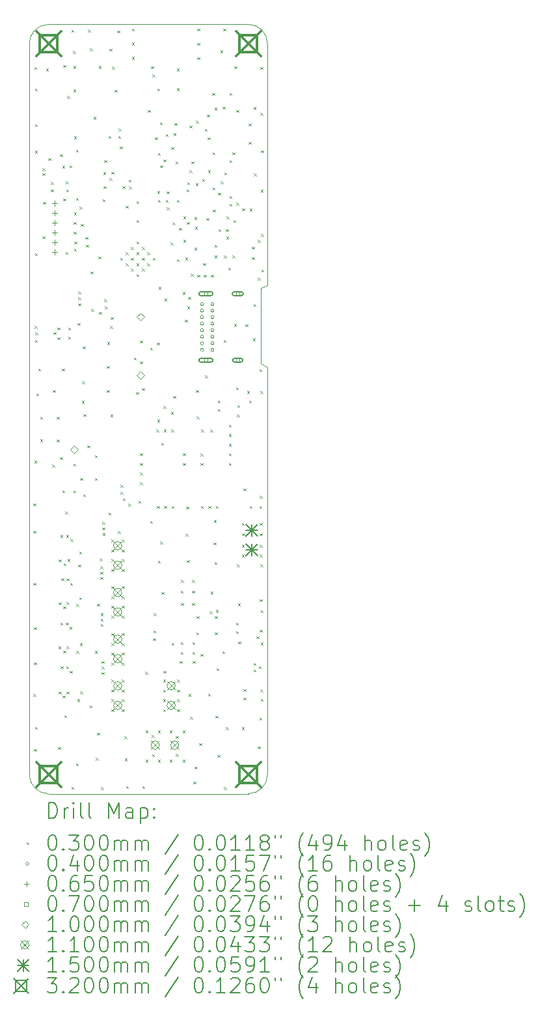
<source format=gbr>
%FSLAX45Y45*%
G04 Gerber Fmt 4.5, Leading zero omitted, Abs format (unit mm)*
G04 Created by KiCad (PCBNEW (6.0.1)) date 2022-06-27 19:55:40*
%MOMM*%
%LPD*%
G01*
G04 APERTURE LIST*
%TA.AperFunction,Profile*%
%ADD10C,0.100000*%
%TD*%
%ADD11C,0.200000*%
%ADD12C,0.030000*%
%ADD13C,0.040000*%
%ADD14C,0.065000*%
%ADD15C,0.070000*%
%ADD16C,0.100000*%
%ADD17C,0.110000*%
%ADD18C,0.150000*%
%ADD19C,0.320000*%
G04 APERTURE END LIST*
D10*
X16960000Y-13210000D02*
X14360000Y-13210000D01*
X14110000Y-12960000D02*
X14110000Y-3460000D01*
X17210000Y-3460000D02*
G75*
G03*
X16960000Y-3210000I-250000J0D01*
G01*
X14360000Y-3210000D02*
G75*
G03*
X14110000Y-3460000I0J-250000D01*
G01*
X17210000Y-7670800D02*
X17210000Y-12960000D01*
X14110000Y-12960000D02*
G75*
G03*
X14360000Y-13210000I250000J0D01*
G01*
X17119600Y-6638290D02*
X17119600Y-7616190D01*
X17210000Y-6604000D02*
X17119600Y-6638290D01*
X16960000Y-13210000D02*
G75*
G03*
X17210000Y-12960000I0J250000D01*
G01*
X17119600Y-7616190D02*
X17210000Y-7670800D01*
X17210000Y-3460000D02*
X17210000Y-6604000D01*
X14360000Y-3210000D02*
X16960000Y-3210000D01*
D11*
D12*
X14163280Y-9433800D02*
X14193280Y-9463800D01*
X14193280Y-9433800D02*
X14163280Y-9463800D01*
X14163280Y-9789400D02*
X14193280Y-9819400D01*
X14193280Y-9789400D02*
X14163280Y-9819400D01*
X14163280Y-10470120D02*
X14193280Y-10500120D01*
X14193280Y-10470120D02*
X14163280Y-10500120D01*
X14163280Y-11912840D02*
X14193280Y-11942840D01*
X14193280Y-11912840D02*
X14163280Y-11942840D01*
X14168360Y-11044160D02*
X14198360Y-11074160D01*
X14198360Y-11044160D02*
X14168360Y-11074160D01*
X14168360Y-11501360D02*
X14198360Y-11531360D01*
X14198360Y-11501360D02*
X14168360Y-11531360D01*
X14168360Y-12629120D02*
X14198360Y-12659120D01*
X14198360Y-12629120D02*
X14168360Y-12659120D01*
X14173440Y-3764520D02*
X14203440Y-3794520D01*
X14203440Y-3764520D02*
X14173440Y-3794520D01*
X14173440Y-8880080D02*
X14203440Y-8910080D01*
X14203440Y-8880080D02*
X14173440Y-8910080D01*
X14178520Y-7127480D02*
X14208520Y-7157480D01*
X14208520Y-7127480D02*
X14178520Y-7157480D01*
X14183600Y-4043920D02*
X14213600Y-4073920D01*
X14213600Y-4043920D02*
X14183600Y-4073920D01*
X14183600Y-4506200D02*
X14213600Y-4536200D01*
X14213600Y-4506200D02*
X14183600Y-4536200D01*
X14183600Y-4851640D02*
X14213600Y-4881640D01*
X14213600Y-4851640D02*
X14183600Y-4881640D01*
X14183600Y-6182600D02*
X14213600Y-6212600D01*
X14213600Y-6182600D02*
X14183600Y-6212600D01*
X14183600Y-7310360D02*
X14213600Y-7340360D01*
X14213600Y-7310360D02*
X14183600Y-7340360D01*
X14183600Y-12339560D02*
X14213600Y-12369560D01*
X14213600Y-12339560D02*
X14183600Y-12369560D01*
X14188680Y-7213840D02*
X14218680Y-7243840D01*
X14218680Y-7213840D02*
X14188680Y-7243840D01*
X14198840Y-8006320D02*
X14228840Y-8036320D01*
X14228840Y-8006320D02*
X14198840Y-8036320D01*
X14224240Y-7681200D02*
X14254240Y-7711200D01*
X14254240Y-7681200D02*
X14224240Y-7711200D01*
X14249640Y-8311120D02*
X14279640Y-8341120D01*
X14279640Y-8311120D02*
X14249640Y-8341120D01*
X14249640Y-8600680D02*
X14279640Y-8630680D01*
X14279640Y-8600680D02*
X14249640Y-8630680D01*
X14280120Y-5080240D02*
X14310120Y-5110240D01*
X14310120Y-5080240D02*
X14280120Y-5110240D01*
X14280120Y-5964160D02*
X14310120Y-5994160D01*
X14310120Y-5964160D02*
X14280120Y-5994160D01*
X14281370Y-5141200D02*
X14311370Y-5171200D01*
X14311370Y-5141200D02*
X14281370Y-5171200D01*
X14290280Y-5517120D02*
X14320280Y-5547120D01*
X14320280Y-5517120D02*
X14290280Y-5547120D01*
X14325840Y-3784840D02*
X14355840Y-3814840D01*
X14355840Y-3784840D02*
X14325840Y-3814840D01*
X14356320Y-4948160D02*
X14386320Y-4978160D01*
X14386320Y-4948160D02*
X14356320Y-4978160D01*
X14391880Y-5258040D02*
X14421880Y-5288040D01*
X14421880Y-5258040D02*
X14391880Y-5288040D01*
X14391880Y-5354560D02*
X14421880Y-5384560D01*
X14421880Y-5354560D02*
X14391880Y-5384560D01*
X14407120Y-8930880D02*
X14437120Y-8960880D01*
X14437120Y-8930880D02*
X14407120Y-8960880D01*
X14417280Y-7960600D02*
X14447280Y-7990600D01*
X14447280Y-7960600D02*
X14417280Y-7990600D01*
X14422360Y-7208760D02*
X14452360Y-7238760D01*
X14452360Y-7208760D02*
X14422360Y-7238760D01*
X14468080Y-8311120D02*
X14498080Y-8341120D01*
X14498080Y-8311120D02*
X14468080Y-8341120D01*
X14468080Y-8605760D02*
X14498080Y-8635760D01*
X14498080Y-8605760D02*
X14468080Y-8635760D01*
X14473160Y-7147800D02*
X14503160Y-7177800D01*
X14503160Y-7147800D02*
X14473160Y-7177800D01*
X14473160Y-7274800D02*
X14503160Y-7304800D01*
X14503160Y-7274800D02*
X14473160Y-7304800D01*
X14483320Y-12603720D02*
X14513320Y-12633720D01*
X14513320Y-12603720D02*
X14483320Y-12633720D01*
X14488400Y-11293080D02*
X14518400Y-11323080D01*
X14518400Y-11293080D02*
X14488400Y-11323080D01*
X14493480Y-10165320D02*
X14523480Y-10195320D01*
X14523480Y-10165320D02*
X14493480Y-10195320D01*
X14493480Y-10724120D02*
X14523480Y-10754120D01*
X14523480Y-10724120D02*
X14493480Y-10754120D01*
X14493480Y-11882360D02*
X14523480Y-11912360D01*
X14523480Y-11882360D02*
X14493480Y-11912360D01*
X14508720Y-4897360D02*
X14538720Y-4927360D01*
X14538720Y-4897360D02*
X14508720Y-4927360D01*
X14508720Y-8834360D02*
X14538720Y-8864360D01*
X14538720Y-8834360D02*
X14508720Y-8864360D01*
X14513800Y-9845280D02*
X14543800Y-9875280D01*
X14543800Y-9845280D02*
X14513800Y-9875280D01*
X14513800Y-10983200D02*
X14543800Y-11013200D01*
X14543800Y-10983200D02*
X14513800Y-11013200D01*
X14518880Y-11552160D02*
X14548880Y-11582160D01*
X14548880Y-11552160D02*
X14518880Y-11582160D01*
X14523960Y-10409160D02*
X14553960Y-10439160D01*
X14553960Y-10409160D02*
X14523960Y-10439160D01*
X14534120Y-7681200D02*
X14564120Y-7711200D01*
X14564120Y-7681200D02*
X14534120Y-7711200D01*
X14539200Y-5044680D02*
X14569200Y-5074680D01*
X14569200Y-5044680D02*
X14539200Y-5074680D01*
X14539200Y-9266160D02*
X14569200Y-9296160D01*
X14569200Y-9266160D02*
X14539200Y-9296160D01*
X14544280Y-11933160D02*
X14574280Y-11963160D01*
X14574280Y-11933160D02*
X14544280Y-11963160D01*
X14549360Y-3739120D02*
X14579360Y-3769120D01*
X14579360Y-3739120D02*
X14549360Y-3769120D01*
X14549360Y-5471400D02*
X14579360Y-5501400D01*
X14579360Y-5471400D02*
X14549360Y-5501400D01*
X14549360Y-10774920D02*
X14579360Y-10804920D01*
X14579360Y-10774920D02*
X14549360Y-10804920D01*
X14549360Y-11348960D02*
X14579360Y-11378960D01*
X14579360Y-11348960D02*
X14549360Y-11378960D01*
X14554440Y-10216120D02*
X14584440Y-10246120D01*
X14584440Y-10216120D02*
X14554440Y-10246120D01*
X14564600Y-12187160D02*
X14594600Y-12217160D01*
X14594600Y-12187160D02*
X14564600Y-12217160D01*
X14574760Y-9540480D02*
X14604760Y-9570480D01*
X14604760Y-9540480D02*
X14574760Y-9570480D01*
X14579840Y-6167360D02*
X14609840Y-6197360D01*
X14609840Y-6167360D02*
X14579840Y-6197360D01*
X14584920Y-5247880D02*
X14614920Y-5277880D01*
X14614920Y-5247880D02*
X14584920Y-5277880D01*
X14584920Y-10983200D02*
X14614920Y-11013200D01*
X14614920Y-10983200D02*
X14584920Y-11013200D01*
X14590000Y-5354560D02*
X14620000Y-5384560D01*
X14620000Y-5354560D02*
X14590000Y-5384560D01*
X14590000Y-9845280D02*
X14620000Y-9875280D01*
X14620000Y-9845280D02*
X14590000Y-9875280D01*
X14590000Y-11552160D02*
X14620000Y-11582160D01*
X14620000Y-11552160D02*
X14590000Y-11582160D01*
X14595080Y-10409160D02*
X14625080Y-10439160D01*
X14625080Y-10409160D02*
X14595080Y-10439160D01*
X14595080Y-10719040D02*
X14625080Y-10749040D01*
X14625080Y-10719040D02*
X14595080Y-10749040D01*
X14595080Y-11293080D02*
X14625080Y-11323080D01*
X14625080Y-11293080D02*
X14595080Y-11323080D01*
X14595080Y-11882360D02*
X14625080Y-11912360D01*
X14625080Y-11882360D02*
X14595080Y-11912360D01*
X14600160Y-4140440D02*
X14630160Y-4170440D01*
X14630160Y-4140440D02*
X14600160Y-4170440D01*
X14605240Y-10160240D02*
X14635240Y-10190240D01*
X14635240Y-10160240D02*
X14605240Y-10190240D01*
X14615600Y-7147800D02*
X14645600Y-7177800D01*
X14645600Y-7147800D02*
X14615600Y-7177800D01*
X14615600Y-7269720D02*
X14645600Y-7299720D01*
X14645600Y-7269720D02*
X14615600Y-7299720D01*
X14630640Y-5039600D02*
X14660640Y-5069600D01*
X14660640Y-5039600D02*
X14630640Y-5069600D01*
X14630640Y-11039080D02*
X14660640Y-11069080D01*
X14660640Y-11039080D02*
X14630640Y-11069080D01*
X14635720Y-11613120D02*
X14665720Y-11643120D01*
X14665720Y-11613120D02*
X14635720Y-11643120D01*
X14640800Y-10470120D02*
X14670800Y-10500120D01*
X14670800Y-10470120D02*
X14640800Y-10500120D01*
X14645880Y-9896080D02*
X14675880Y-9926080D01*
X14675880Y-9896080D02*
X14645880Y-9926080D01*
X14656040Y-3281920D02*
X14686040Y-3311920D01*
X14686040Y-3281920D02*
X14656040Y-3311920D01*
X14656040Y-13116800D02*
X14686040Y-13146800D01*
X14686040Y-13116800D02*
X14656040Y-13146800D01*
X14676360Y-3556240D02*
X14706360Y-3586240D01*
X14706360Y-3556240D02*
X14676360Y-3586240D01*
X14681440Y-3749280D02*
X14711440Y-3779280D01*
X14711440Y-3749280D02*
X14681440Y-3779280D01*
X14681440Y-4054080D02*
X14711440Y-4084080D01*
X14711440Y-4054080D02*
X14681440Y-4084080D01*
X14681440Y-8920720D02*
X14711440Y-8950720D01*
X14711440Y-8920720D02*
X14681440Y-8950720D01*
X14681440Y-9266160D02*
X14711440Y-9296160D01*
X14711440Y-9266160D02*
X14681440Y-9296160D01*
X14686520Y-5776200D02*
X14716520Y-5806200D01*
X14716520Y-5776200D02*
X14686520Y-5806200D01*
X14686520Y-5903200D02*
X14716520Y-5933200D01*
X14716520Y-5903200D02*
X14686520Y-5933200D01*
X14691600Y-4663680D02*
X14721600Y-4693680D01*
X14721600Y-4663680D02*
X14691600Y-4693680D01*
X14691600Y-5654280D02*
X14721600Y-5684280D01*
X14721600Y-5654280D02*
X14691600Y-5684280D01*
X14691600Y-6126720D02*
X14721600Y-6156720D01*
X14721600Y-6126720D02*
X14691600Y-6156720D01*
X14696680Y-6030200D02*
X14726680Y-6060200D01*
X14726680Y-6030200D02*
X14696680Y-6060200D01*
X14717000Y-4836400D02*
X14747000Y-4866400D01*
X14747000Y-4836400D02*
X14717000Y-4866400D01*
X14717000Y-5466320D02*
X14747000Y-5496320D01*
X14747000Y-5466320D02*
X14717000Y-5496320D01*
X14717000Y-12812000D02*
X14747000Y-12842000D01*
X14747000Y-12812000D02*
X14717000Y-12842000D01*
X14722080Y-10744440D02*
X14752080Y-10774440D01*
X14752080Y-10744440D02*
X14722080Y-10774440D01*
X14722080Y-11354040D02*
X14752080Y-11384040D01*
X14752080Y-11354040D02*
X14722080Y-11384040D01*
X14732240Y-11978880D02*
X14762240Y-12008880D01*
X14762240Y-11978880D02*
X14732240Y-12008880D01*
X14737320Y-7091920D02*
X14767320Y-7121920D01*
X14767320Y-7091920D02*
X14737320Y-7121920D01*
X14747480Y-6680440D02*
X14777480Y-6710440D01*
X14777480Y-6680440D02*
X14747480Y-6710440D01*
X14747480Y-6756640D02*
X14777480Y-6786640D01*
X14777480Y-6756640D02*
X14747480Y-6786640D01*
X14747480Y-6837920D02*
X14777480Y-6867920D01*
X14777480Y-6837920D02*
X14747480Y-6867920D01*
X14747480Y-10231360D02*
X14777480Y-10261360D01*
X14777480Y-10231360D02*
X14747480Y-10261360D01*
X14757640Y-10063720D02*
X14787640Y-10093720D01*
X14787640Y-10063720D02*
X14757640Y-10093720D01*
X14757640Y-10653000D02*
X14787640Y-10683000D01*
X14787640Y-10653000D02*
X14757640Y-10683000D01*
X14762720Y-5578080D02*
X14792720Y-5608080D01*
X14792720Y-5578080D02*
X14762720Y-5608080D01*
X14767800Y-11252440D02*
X14797800Y-11282440D01*
X14797800Y-11252440D02*
X14767800Y-11282440D01*
X14772880Y-9103600D02*
X14802880Y-9133600D01*
X14802880Y-9103600D02*
X14772880Y-9133600D01*
X14772880Y-11877280D02*
X14802880Y-11907280D01*
X14802880Y-11877280D02*
X14772880Y-11907280D01*
X14777960Y-5801600D02*
X14807960Y-5831600D01*
X14807960Y-5801600D02*
X14777960Y-5831600D01*
X14793200Y-8102840D02*
X14823200Y-8132840D01*
X14823200Y-8102840D02*
X14793200Y-8132840D01*
X14798280Y-7848840D02*
X14828280Y-7878840D01*
X14828280Y-7848840D02*
X14798280Y-7878840D01*
X14803360Y-7396720D02*
X14833360Y-7426720D01*
X14833360Y-7396720D02*
X14803360Y-7426720D01*
X14808440Y-9316960D02*
X14838440Y-9346960D01*
X14838440Y-9316960D02*
X14808440Y-9346960D01*
X14813520Y-8275560D02*
X14843520Y-8305560D01*
X14843520Y-8275560D02*
X14813520Y-8305560D01*
X14838920Y-5974320D02*
X14868920Y-6004320D01*
X14868920Y-5974320D02*
X14838920Y-6004320D01*
X14849383Y-6073198D02*
X14879383Y-6103198D01*
X14879383Y-6073198D02*
X14849383Y-6103198D01*
X14864320Y-8681960D02*
X14894320Y-8711960D01*
X14894320Y-8681960D02*
X14864320Y-8711960D01*
X14874480Y-3276840D02*
X14904480Y-3306840D01*
X14904480Y-3276840D02*
X14874480Y-3306840D01*
X14894800Y-12060160D02*
X14924800Y-12090160D01*
X14924800Y-12060160D02*
X14894800Y-12090160D01*
X14899880Y-3520680D02*
X14929880Y-3550680D01*
X14929880Y-3520680D02*
X14899880Y-3550680D01*
X14904960Y-6421360D02*
X14934960Y-6451360D01*
X14934960Y-6421360D02*
X14904960Y-6451360D01*
X14915120Y-6909040D02*
X14945120Y-6939040D01*
X14945120Y-6909040D02*
X14915120Y-6939040D01*
X14945600Y-4409680D02*
X14975600Y-4439680D01*
X14975600Y-4409680D02*
X14945600Y-4439680D01*
X14960840Y-8808960D02*
X14990840Y-8838960D01*
X14990840Y-8808960D02*
X14960840Y-8838960D01*
X14960840Y-9103600D02*
X14990840Y-9133600D01*
X14990840Y-9103600D02*
X14960840Y-9133600D01*
X14960840Y-11354040D02*
X14990840Y-11384040D01*
X14990840Y-11354040D02*
X14960840Y-11384040D01*
X14976080Y-12740880D02*
X15006080Y-12770880D01*
X15006080Y-12740880D02*
X14976080Y-12770880D01*
X14990310Y-10739360D02*
X15020310Y-10769360D01*
X15020310Y-10739360D02*
X14990310Y-10769360D01*
X14991320Y-12415760D02*
X15021320Y-12445760D01*
X15021320Y-12415760D02*
X14991320Y-12445760D01*
X15006560Y-6228320D02*
X15036560Y-6258320D01*
X15036560Y-6228320D02*
X15006560Y-6258320D01*
X15011640Y-3749280D02*
X15041640Y-3779280D01*
X15041640Y-3749280D02*
X15011640Y-3779280D01*
X15016720Y-6944600D02*
X15046720Y-6974600D01*
X15046720Y-6944600D02*
X15016720Y-6974600D01*
X15025870Y-10150080D02*
X15055870Y-10180080D01*
X15055870Y-10150080D02*
X15025870Y-10180080D01*
X15031960Y-10251680D02*
X15061960Y-10281680D01*
X15061960Y-10251680D02*
X15031960Y-10281680D01*
X15031960Y-10322800D02*
X15061960Y-10352800D01*
X15061960Y-10322800D02*
X15031960Y-10352800D01*
X15031960Y-10393920D02*
X15061960Y-10423920D01*
X15061960Y-10393920D02*
X15031960Y-10423920D01*
X15037040Y-10861280D02*
X15067040Y-10891280D01*
X15067040Y-10861280D02*
X15037040Y-10891280D01*
X15037040Y-10932400D02*
X15067040Y-10962400D01*
X15067040Y-10932400D02*
X15037040Y-10962400D01*
X15037040Y-11003520D02*
X15067040Y-11033520D01*
X15067040Y-11003520D02*
X15037040Y-11033520D01*
X15042120Y-13121880D02*
X15072120Y-13151880D01*
X15072120Y-13121880D02*
X15042120Y-13151880D01*
X15052158Y-11486158D02*
X15082158Y-11516158D01*
X15082158Y-11486158D02*
X15052158Y-11516158D01*
X15052280Y-11557240D02*
X15082280Y-11587240D01*
X15082280Y-11557240D02*
X15052280Y-11587240D01*
X15052280Y-11628360D02*
X15082280Y-11658360D01*
X15082280Y-11628360D02*
X15052280Y-11658360D01*
X15060822Y-9677640D02*
X15090822Y-9707640D01*
X15090822Y-9677640D02*
X15060822Y-9707640D01*
X15060822Y-9748760D02*
X15090822Y-9778760D01*
X15090822Y-9748760D02*
X15060822Y-9778760D01*
X15062440Y-5481560D02*
X15092440Y-5511560D01*
X15092440Y-5481560D02*
X15062440Y-5511560D01*
X15062440Y-9819880D02*
X15092440Y-9849880D01*
X15092440Y-9819880D02*
X15062440Y-9849880D01*
X15072600Y-5131040D02*
X15102600Y-5161040D01*
X15102600Y-5131040D02*
X15072600Y-5161040D01*
X15074434Y-5312880D02*
X15104434Y-5342880D01*
X15104434Y-5312880D02*
X15074434Y-5342880D01*
X15082760Y-4973560D02*
X15112760Y-5003560D01*
X15112760Y-4973560D02*
X15082760Y-5003560D01*
X15082760Y-6782040D02*
X15112760Y-6812040D01*
X15112760Y-6782040D02*
X15082760Y-6812040D01*
X15092590Y-6873480D02*
X15122590Y-6903480D01*
X15122590Y-6873480D02*
X15092590Y-6903480D01*
X15118320Y-7650720D02*
X15148320Y-7680720D01*
X15148320Y-7650720D02*
X15118320Y-7680720D01*
X15118320Y-7960600D02*
X15148320Y-7990600D01*
X15148320Y-7960600D02*
X15118320Y-7990600D01*
X15123400Y-7340840D02*
X15153400Y-7370840D01*
X15153400Y-7340840D02*
X15123400Y-7370840D01*
X15138640Y-4658600D02*
X15168640Y-4688600D01*
X15168640Y-4658600D02*
X15138640Y-4688600D01*
X15138640Y-9555720D02*
X15168640Y-9585720D01*
X15168640Y-9555720D02*
X15138640Y-9585720D01*
X15153880Y-3525760D02*
X15183880Y-3555760D01*
X15183880Y-3525760D02*
X15153880Y-3555760D01*
X15153880Y-5207240D02*
X15183880Y-5237240D01*
X15183880Y-5207240D02*
X15153880Y-5237240D01*
X15158960Y-7127480D02*
X15188960Y-7157480D01*
X15188960Y-7127480D02*
X15158960Y-7157480D01*
X15164040Y-8280640D02*
X15194040Y-8310640D01*
X15194040Y-8280640D02*
X15164040Y-8310640D01*
X15169120Y-7015720D02*
X15199120Y-7045720D01*
X15199120Y-7015720D02*
X15169120Y-7045720D01*
X15179280Y-5125960D02*
X15209280Y-5155960D01*
X15209280Y-5125960D02*
X15179280Y-5155960D01*
X15179280Y-9906240D02*
X15209280Y-9936240D01*
X15209280Y-9906240D02*
X15179280Y-9936240D01*
X15179280Y-10038320D02*
X15209280Y-10068320D01*
X15209280Y-10038320D02*
X15179280Y-10068320D01*
X15179280Y-10160240D02*
X15209280Y-10190240D01*
X15209280Y-10160240D02*
X15179280Y-10190240D01*
X15179280Y-10292320D02*
X15209280Y-10322320D01*
X15209280Y-10292320D02*
X15179280Y-10322320D01*
X15179280Y-10510760D02*
X15209280Y-10540760D01*
X15209280Y-10510760D02*
X15179280Y-10540760D01*
X15179280Y-10642840D02*
X15209280Y-10672840D01*
X15209280Y-10642840D02*
X15179280Y-10672840D01*
X15179280Y-10764760D02*
X15209280Y-10794760D01*
X15209280Y-10764760D02*
X15179280Y-10794760D01*
X15179280Y-10896840D02*
X15209280Y-10926840D01*
X15209280Y-10896840D02*
X15179280Y-10926840D01*
X15179280Y-11120360D02*
X15209280Y-11150360D01*
X15209280Y-11120360D02*
X15179280Y-11150360D01*
X15179280Y-11252440D02*
X15209280Y-11282440D01*
X15209280Y-11252440D02*
X15179280Y-11282440D01*
X15179280Y-11374360D02*
X15209280Y-11404360D01*
X15209280Y-11374360D02*
X15179280Y-11404360D01*
X15179280Y-11506440D02*
X15209280Y-11536440D01*
X15209280Y-11506440D02*
X15179280Y-11536440D01*
X15179280Y-11724880D02*
X15209280Y-11754880D01*
X15209280Y-11724880D02*
X15179280Y-11754880D01*
X15179280Y-11856960D02*
X15209280Y-11886960D01*
X15209280Y-11856960D02*
X15179280Y-11886960D01*
X15179280Y-11978880D02*
X15209280Y-12008880D01*
X15209280Y-11978880D02*
X15179280Y-12008880D01*
X15179280Y-12110960D02*
X15209280Y-12140960D01*
X15209280Y-12110960D02*
X15179280Y-12140960D01*
X15184360Y-3759440D02*
X15214360Y-3789440D01*
X15214360Y-3759440D02*
X15184360Y-3789440D01*
X15219920Y-4059160D02*
X15249920Y-4089160D01*
X15249920Y-4059160D02*
X15219920Y-4089160D01*
X15255480Y-3287000D02*
X15285480Y-3317000D01*
X15285480Y-3287000D02*
X15255480Y-3317000D01*
X15260560Y-9794480D02*
X15290560Y-9824480D01*
X15290560Y-9794480D02*
X15260560Y-9824480D01*
X15265640Y-4658600D02*
X15295640Y-4688600D01*
X15295640Y-4658600D02*
X15265640Y-4688600D01*
X15270720Y-4562080D02*
X15300720Y-4592080D01*
X15300720Y-4562080D02*
X15270720Y-4592080D01*
X15285960Y-4795760D02*
X15315960Y-4825760D01*
X15315960Y-4795760D02*
X15285960Y-4825760D01*
X15292268Y-6243151D02*
X15322268Y-6273151D01*
X15322268Y-6243151D02*
X15292268Y-6273151D01*
X15297162Y-9195040D02*
X15327162Y-9225040D01*
X15327162Y-9195040D02*
X15297162Y-9225040D01*
X15297162Y-9286480D02*
X15327162Y-9316480D01*
X15327162Y-9286480D02*
X15297162Y-9316480D01*
X15311360Y-9906240D02*
X15341360Y-9936240D01*
X15341360Y-9906240D02*
X15311360Y-9936240D01*
X15311360Y-10038320D02*
X15341360Y-10068320D01*
X15341360Y-10038320D02*
X15311360Y-10068320D01*
X15311360Y-10160240D02*
X15341360Y-10190240D01*
X15341360Y-10160240D02*
X15311360Y-10190240D01*
X15311360Y-10292320D02*
X15341360Y-10322320D01*
X15341360Y-10292320D02*
X15311360Y-10322320D01*
X15311360Y-10510760D02*
X15341360Y-10540760D01*
X15341360Y-10510760D02*
X15311360Y-10540760D01*
X15311360Y-10642840D02*
X15341360Y-10672840D01*
X15341360Y-10642840D02*
X15311360Y-10672840D01*
X15311360Y-10764760D02*
X15341360Y-10794760D01*
X15341360Y-10764760D02*
X15311360Y-10794760D01*
X15311360Y-10896840D02*
X15341360Y-10926840D01*
X15341360Y-10896840D02*
X15311360Y-10926840D01*
X15311360Y-11120360D02*
X15341360Y-11150360D01*
X15341360Y-11120360D02*
X15311360Y-11150360D01*
X15311360Y-11252440D02*
X15341360Y-11282440D01*
X15341360Y-11252440D02*
X15311360Y-11282440D01*
X15311360Y-11374360D02*
X15341360Y-11404360D01*
X15341360Y-11374360D02*
X15311360Y-11404360D01*
X15311360Y-11506440D02*
X15341360Y-11536440D01*
X15341360Y-11506440D02*
X15311360Y-11536440D01*
X15311360Y-11724880D02*
X15341360Y-11754880D01*
X15341360Y-11724880D02*
X15311360Y-11754880D01*
X15311360Y-11856960D02*
X15341360Y-11886960D01*
X15341360Y-11856960D02*
X15311360Y-11886960D01*
X15311360Y-11978880D02*
X15341360Y-12008880D01*
X15341360Y-11978880D02*
X15311360Y-12008880D01*
X15311360Y-12110960D02*
X15341360Y-12140960D01*
X15341360Y-12110960D02*
X15311360Y-12140960D01*
X15319683Y-5313625D02*
X15349683Y-5343625D01*
X15349683Y-5313625D02*
X15319683Y-5343625D01*
X15326114Y-9366344D02*
X15356114Y-9396344D01*
X15356114Y-9366344D02*
X15326114Y-9396344D01*
X15346920Y-12461480D02*
X15376920Y-12491480D01*
X15376920Y-12461480D02*
X15346920Y-12491480D01*
X15352000Y-12751040D02*
X15382000Y-12781040D01*
X15382000Y-12751040D02*
X15352000Y-12781040D01*
X15362979Y-6172440D02*
X15392979Y-6202440D01*
X15392979Y-6172440D02*
X15362979Y-6202440D01*
X15362979Y-6313861D02*
X15392979Y-6343861D01*
X15392979Y-6313861D02*
X15362979Y-6343861D01*
X15363730Y-5567920D02*
X15393730Y-5597920D01*
X15393730Y-5567920D02*
X15363730Y-5597920D01*
X15367240Y-13111720D02*
X15397240Y-13141720D01*
X15397240Y-13111720D02*
X15367240Y-13141720D01*
X15398185Y-9438415D02*
X15428185Y-9468415D01*
X15428185Y-9438415D02*
X15398185Y-9468415D01*
X15402800Y-5227560D02*
X15432800Y-5257560D01*
X15432800Y-5227560D02*
X15402800Y-5257560D01*
X15404556Y-5317246D02*
X15434556Y-5347246D01*
X15434556Y-5317246D02*
X15404556Y-5347246D01*
X15433689Y-6101729D02*
X15463689Y-6131729D01*
X15463689Y-6101729D02*
X15433689Y-6131729D01*
X15433689Y-6243151D02*
X15463689Y-6273151D01*
X15463689Y-6243151D02*
X15433689Y-6273151D01*
X15433689Y-6384572D02*
X15463689Y-6414572D01*
X15463689Y-6384572D02*
X15433689Y-6414572D01*
X15443440Y-3261600D02*
X15473440Y-3291600D01*
X15473440Y-3261600D02*
X15443440Y-3291600D01*
X15443440Y-3447020D02*
X15473440Y-3477020D01*
X15473440Y-3447020D02*
X15443440Y-3477020D01*
X15443440Y-3632440D02*
X15473440Y-3662440D01*
X15473440Y-3632440D02*
X15443440Y-3662440D01*
X15470410Y-7538960D02*
X15500410Y-7568960D01*
X15500410Y-7538960D02*
X15470410Y-7568960D01*
X15499320Y-7986000D02*
X15529320Y-8016000D01*
X15529320Y-7986000D02*
X15499320Y-8016000D01*
X15504400Y-5506960D02*
X15534400Y-5536960D01*
X15534400Y-5506960D02*
X15504400Y-5536960D01*
X15504400Y-5750800D02*
X15534400Y-5780800D01*
X15534400Y-5750800D02*
X15504400Y-5780800D01*
X15504400Y-6031019D02*
X15534400Y-6061019D01*
X15534400Y-6031019D02*
X15504400Y-6061019D01*
X15504400Y-6172440D02*
X15534400Y-6202440D01*
X15534400Y-6172440D02*
X15504400Y-6202440D01*
X15504400Y-6313861D02*
X15534400Y-6343861D01*
X15534400Y-6313861D02*
X15504400Y-6343861D01*
X15504400Y-6455283D02*
X15534400Y-6485283D01*
X15534400Y-6455283D02*
X15504400Y-6485283D01*
X15529800Y-9403320D02*
X15559800Y-9433320D01*
X15559800Y-9403320D02*
X15529800Y-9433320D01*
X15550120Y-7589760D02*
X15580120Y-7619760D01*
X15580120Y-7589760D02*
X15550120Y-7619760D01*
X15550700Y-8785100D02*
X15580700Y-8815100D01*
X15580700Y-8785100D02*
X15550700Y-8815100D01*
X15550700Y-8910100D02*
X15580700Y-8940100D01*
X15580700Y-8910100D02*
X15550700Y-8940100D01*
X15550700Y-9035100D02*
X15580700Y-9065100D01*
X15580700Y-9035100D02*
X15550700Y-9065100D01*
X15550700Y-9160100D02*
X15580700Y-9190100D01*
X15580700Y-9160100D02*
X15550700Y-9190100D01*
X15551162Y-7320520D02*
X15581162Y-7350520D01*
X15581162Y-7320520D02*
X15551162Y-7350520D01*
X15575111Y-6101729D02*
X15605111Y-6131729D01*
X15605111Y-6101729D02*
X15575111Y-6131729D01*
X15575111Y-6243151D02*
X15605111Y-6273151D01*
X15605111Y-6243151D02*
X15575111Y-6273151D01*
X15575111Y-6384572D02*
X15605111Y-6414572D01*
X15605111Y-6384572D02*
X15575111Y-6414572D01*
X15575520Y-7935200D02*
X15605520Y-7965200D01*
X15605520Y-7935200D02*
X15575520Y-7965200D01*
X15580600Y-13111720D02*
X15610600Y-13141720D01*
X15610600Y-13111720D02*
X15580600Y-13141720D01*
X15616160Y-11623280D02*
X15646160Y-11653280D01*
X15646160Y-11623280D02*
X15616160Y-11653280D01*
X15621240Y-12385280D02*
X15651240Y-12415280D01*
X15651240Y-12385280D02*
X15621240Y-12415280D01*
X15621240Y-12766280D02*
X15651240Y-12796280D01*
X15651240Y-12766280D02*
X15621240Y-12796280D01*
X15645821Y-6172440D02*
X15675821Y-6202440D01*
X15675821Y-6172440D02*
X15645821Y-6202440D01*
X15645821Y-6313861D02*
X15675821Y-6343861D01*
X15675821Y-6313861D02*
X15645821Y-6343861D01*
X15651720Y-4323320D02*
X15681720Y-4353320D01*
X15681720Y-4323320D02*
X15651720Y-4353320D01*
X15682200Y-7411960D02*
X15712200Y-7441960D01*
X15712200Y-7411960D02*
X15682200Y-7441960D01*
X15682200Y-9662400D02*
X15712200Y-9692400D01*
X15712200Y-9662400D02*
X15682200Y-9692400D01*
X15692360Y-3754360D02*
X15722360Y-3784360D01*
X15722360Y-3754360D02*
X15692360Y-3784360D01*
X15702520Y-12446240D02*
X15732520Y-12476240D01*
X15732520Y-12446240D02*
X15702520Y-12476240D01*
X15707600Y-12695160D02*
X15737600Y-12725160D01*
X15737600Y-12695160D02*
X15707600Y-12725160D01*
X15712680Y-3861040D02*
X15742680Y-3891040D01*
X15742680Y-3861040D02*
X15712680Y-3891040D01*
X15716532Y-6243151D02*
X15746532Y-6273151D01*
X15746532Y-6243151D02*
X15716532Y-6273151D01*
X15717760Y-11186400D02*
X15747760Y-11216400D01*
X15747760Y-11186400D02*
X15717760Y-11216400D01*
X15722840Y-11084800D02*
X15752840Y-11114800D01*
X15752840Y-11084800D02*
X15722840Y-11114800D01*
X15727920Y-10861280D02*
X15757920Y-10891280D01*
X15757920Y-10861280D02*
X15727920Y-10891280D01*
X15743160Y-4678920D02*
X15773160Y-4708920D01*
X15773160Y-4678920D02*
X15743160Y-4708920D01*
X15763480Y-8473680D02*
X15793480Y-8503680D01*
X15793480Y-8473680D02*
X15763480Y-8503680D01*
X15768560Y-7345920D02*
X15798560Y-7375920D01*
X15798560Y-7345920D02*
X15768560Y-7375920D01*
X15768560Y-9469360D02*
X15798560Y-9499360D01*
X15798560Y-9469360D02*
X15768560Y-9499360D01*
X15773640Y-4043920D02*
X15803640Y-4073920D01*
X15803640Y-4043920D02*
X15773640Y-4073920D01*
X15773640Y-5374880D02*
X15803640Y-5404880D01*
X15803640Y-5374880D02*
X15773640Y-5404880D01*
X15773640Y-8346680D02*
X15803640Y-8376680D01*
X15803640Y-8346680D02*
X15773640Y-8376680D01*
X15783800Y-4882120D02*
X15813800Y-4912120D01*
X15813800Y-4882120D02*
X15783800Y-4912120D01*
X15783800Y-5491720D02*
X15813800Y-5521720D01*
X15813800Y-5491720D02*
X15783800Y-5521720D01*
X15783800Y-10180560D02*
X15813800Y-10210560D01*
X15813800Y-10180560D02*
X15783800Y-10210560D01*
X15783800Y-12385280D02*
X15813800Y-12415280D01*
X15813800Y-12385280D02*
X15783800Y-12415280D01*
X15783800Y-12766280D02*
X15813800Y-12796280D01*
X15813800Y-12766280D02*
X15783800Y-12796280D01*
X15792064Y-6622359D02*
X15822064Y-6652359D01*
X15822064Y-6622359D02*
X15792064Y-6652359D01*
X15809200Y-4484310D02*
X15839200Y-4514310D01*
X15839200Y-4484310D02*
X15809200Y-4514310D01*
X15814280Y-5039600D02*
X15844280Y-5069600D01*
X15844280Y-5039600D02*
X15814280Y-5069600D01*
X15814280Y-9931640D02*
X15844280Y-9961640D01*
X15844280Y-9931640D02*
X15814280Y-9961640D01*
X15824440Y-8646400D02*
X15854440Y-8676400D01*
X15854440Y-8646400D02*
X15824440Y-8676400D01*
X15829520Y-10586960D02*
X15859520Y-10616960D01*
X15859520Y-10586960D02*
X15829520Y-10616960D01*
X15849840Y-11724880D02*
X15879840Y-11754880D01*
X15879840Y-11724880D02*
X15849840Y-11754880D01*
X15849840Y-11856960D02*
X15879840Y-11886960D01*
X15879840Y-11856960D02*
X15849840Y-11886960D01*
X15849840Y-11978880D02*
X15879840Y-12008880D01*
X15879840Y-11978880D02*
X15849840Y-12008880D01*
X15849840Y-12110960D02*
X15879840Y-12140960D01*
X15879840Y-12110960D02*
X15849840Y-12140960D01*
X15854920Y-4963400D02*
X15884920Y-4993400D01*
X15884920Y-4963400D02*
X15854920Y-4993400D01*
X15854920Y-8168880D02*
X15884920Y-8198880D01*
X15884920Y-8168880D02*
X15854920Y-8198880D01*
X15854920Y-11613120D02*
X15884920Y-11643120D01*
X15884920Y-11613120D02*
X15854920Y-11643120D01*
X15860000Y-8473680D02*
X15890000Y-8503680D01*
X15890000Y-8473680D02*
X15860000Y-8503680D01*
X15865080Y-9469360D02*
X15895080Y-9499360D01*
X15895080Y-9469360D02*
X15865080Y-9499360D01*
X15866650Y-6771880D02*
X15896650Y-6801880D01*
X15896650Y-6771880D02*
X15866650Y-6801880D01*
X15885400Y-4633200D02*
X15915400Y-4663200D01*
X15915400Y-4633200D02*
X15885400Y-4663200D01*
X15885400Y-5491720D02*
X15915400Y-5521720D01*
X15915400Y-5491720D02*
X15885400Y-5521720D01*
X15895560Y-5588240D02*
X15925560Y-5618240D01*
X15925560Y-5588240D02*
X15895560Y-5618240D01*
X15899070Y-5379960D02*
X15929070Y-5409960D01*
X15929070Y-5379960D02*
X15899070Y-5409960D01*
X15936200Y-12385280D02*
X15966200Y-12415280D01*
X15966200Y-12385280D02*
X15936200Y-12415280D01*
X15936200Y-12766280D02*
X15966200Y-12796280D01*
X15966200Y-12766280D02*
X15936200Y-12796280D01*
X15946360Y-6045440D02*
X15976360Y-6075440D01*
X15976360Y-6045440D02*
X15946360Y-6075440D01*
X15951440Y-8245080D02*
X15981440Y-8275080D01*
X15981440Y-8245080D02*
X15951440Y-8275080D01*
X15956520Y-4805920D02*
X15986520Y-4835920D01*
X15986520Y-4805920D02*
X15956520Y-4835920D01*
X15956520Y-8473680D02*
X15986520Y-8503680D01*
X15986520Y-8473680D02*
X15956520Y-8503680D01*
X15961600Y-9469360D02*
X15991600Y-9499360D01*
X15991600Y-9469360D02*
X15961600Y-9499360D01*
X15961600Y-11247360D02*
X15991600Y-11277360D01*
X15991600Y-11247360D02*
X15961600Y-11277360D01*
X15971760Y-5781280D02*
X16001760Y-5811280D01*
X16001760Y-5781280D02*
X15971760Y-5811280D01*
X15981920Y-8036800D02*
X16011920Y-8066800D01*
X16011920Y-8036800D02*
X15981920Y-8066800D01*
X15987000Y-4623040D02*
X16017000Y-4653040D01*
X16017000Y-4623040D02*
X15987000Y-4653040D01*
X15997160Y-4490960D02*
X16027160Y-4520960D01*
X16027160Y-4490960D02*
X15997160Y-4520960D01*
X16012400Y-4988800D02*
X16042400Y-5018800D01*
X16042400Y-4988800D02*
X16012400Y-5018800D01*
X16017480Y-12456400D02*
X16047480Y-12486400D01*
X16047480Y-12456400D02*
X16017480Y-12486400D01*
X16017480Y-12690080D02*
X16047480Y-12720080D01*
X16047480Y-12690080D02*
X16017480Y-12720080D01*
X16027640Y-3784840D02*
X16057640Y-3814840D01*
X16057640Y-3784840D02*
X16027640Y-3814840D01*
X16027640Y-4038840D02*
X16057640Y-4068840D01*
X16057640Y-4038840D02*
X16027640Y-4068840D01*
X16027640Y-5491720D02*
X16057640Y-5521720D01*
X16057640Y-5491720D02*
X16027640Y-5521720D01*
X16027640Y-6258800D02*
X16057640Y-6288800D01*
X16057640Y-6258800D02*
X16027640Y-6288800D01*
X16032720Y-11724880D02*
X16062720Y-11754880D01*
X16062720Y-11724880D02*
X16032720Y-11754880D01*
X16032720Y-11856960D02*
X16062720Y-11886960D01*
X16062720Y-11856960D02*
X16032720Y-11886960D01*
X16032720Y-11978880D02*
X16062720Y-12008880D01*
X16062720Y-11978880D02*
X16032720Y-12008880D01*
X16032720Y-12110960D02*
X16062720Y-12140960D01*
X16062720Y-12110960D02*
X16032720Y-12140960D01*
X16058120Y-5852400D02*
X16088120Y-5882400D01*
X16088120Y-5852400D02*
X16058120Y-5882400D01*
X16068280Y-11486120D02*
X16098280Y-11516120D01*
X16098280Y-11486120D02*
X16068280Y-11516120D01*
X16078440Y-10571720D02*
X16108440Y-10601720D01*
X16108440Y-10571720D02*
X16078440Y-10601720D01*
X16078440Y-11237200D02*
X16108440Y-11267200D01*
X16108440Y-11237200D02*
X16078440Y-11267200D01*
X16078440Y-11364200D02*
X16108440Y-11394200D01*
X16108440Y-11364200D02*
X16078440Y-11394200D01*
X16083520Y-10429480D02*
X16113520Y-10459480D01*
X16113520Y-10429480D02*
X16083520Y-10459480D01*
X16083520Y-10729200D02*
X16113520Y-10759200D01*
X16113520Y-10729200D02*
X16083520Y-10759200D01*
X16103448Y-6686987D02*
X16133448Y-6716987D01*
X16133448Y-6686987D02*
X16103448Y-6716987D01*
X16103840Y-12385280D02*
X16133840Y-12415280D01*
X16133840Y-12385280D02*
X16103840Y-12415280D01*
X16103840Y-12766280D02*
X16133840Y-12796280D01*
X16133840Y-12766280D02*
X16103840Y-12796280D01*
X16109500Y-8785100D02*
X16139500Y-8815100D01*
X16139500Y-8785100D02*
X16109500Y-8815100D01*
X16109500Y-8910100D02*
X16139500Y-8940100D01*
X16139500Y-8910100D02*
X16109500Y-8940100D01*
X16114000Y-5705080D02*
X16144000Y-5735080D01*
X16144000Y-5705080D02*
X16114000Y-5735080D01*
X16114000Y-6009880D02*
X16144000Y-6039880D01*
X16144000Y-6009880D02*
X16114000Y-6039880D01*
X16134320Y-7046200D02*
X16164320Y-7076200D01*
X16164320Y-7046200D02*
X16134320Y-7076200D01*
X16139400Y-6238480D02*
X16169400Y-6268480D01*
X16169400Y-6238480D02*
X16139400Y-6268480D01*
X16144480Y-9830040D02*
X16174480Y-9860040D01*
X16174480Y-9830040D02*
X16144480Y-9860040D01*
X16149560Y-9479520D02*
X16179560Y-9509520D01*
X16179560Y-9479520D02*
X16149560Y-9509520D01*
X16154640Y-5354560D02*
X16184640Y-5384560D01*
X16184640Y-5354560D02*
X16154640Y-5384560D01*
X16159720Y-10170400D02*
X16189720Y-10200400D01*
X16189720Y-10170400D02*
X16159720Y-10200400D01*
X16159991Y-5776504D02*
X16189991Y-5806504D01*
X16189991Y-5776504D02*
X16159991Y-5806504D01*
X16164800Y-5263120D02*
X16194800Y-5293120D01*
X16194800Y-5263120D02*
X16164800Y-5293120D01*
X16164800Y-6873480D02*
X16194800Y-6903480D01*
X16194800Y-6873480D02*
X16164800Y-6903480D01*
X16174960Y-6751560D02*
X16204960Y-6781560D01*
X16204960Y-6751560D02*
X16174960Y-6781560D01*
X16180040Y-11912840D02*
X16210040Y-11942840D01*
X16210040Y-11912840D02*
X16180040Y-11942840D01*
X16195280Y-4526520D02*
X16225280Y-4556520D01*
X16225280Y-4526520D02*
X16195280Y-4556520D01*
X16195280Y-5105640D02*
X16225280Y-5135640D01*
X16225280Y-5105640D02*
X16195280Y-5135640D01*
X16200360Y-12207480D02*
X16230360Y-12237480D01*
X16230360Y-12207480D02*
X16200360Y-12237480D01*
X16210520Y-6451840D02*
X16240520Y-6481840D01*
X16240520Y-6451840D02*
X16210520Y-6481840D01*
X16220680Y-4988800D02*
X16250680Y-5018800D01*
X16250680Y-4988800D02*
X16220680Y-5018800D01*
X16225760Y-10429480D02*
X16255760Y-10459480D01*
X16255760Y-10429480D02*
X16225760Y-10459480D01*
X16225760Y-10571720D02*
X16255760Y-10601720D01*
X16255760Y-10571720D02*
X16225760Y-10601720D01*
X16225760Y-10729200D02*
X16255760Y-10759200D01*
X16255760Y-10729200D02*
X16225760Y-10759200D01*
X16230840Y-11237200D02*
X16260840Y-11267200D01*
X16260840Y-11237200D02*
X16230840Y-11267200D01*
X16230840Y-11364200D02*
X16260840Y-11394200D01*
X16260840Y-11364200D02*
X16230840Y-11394200D01*
X16235920Y-11486120D02*
X16265920Y-11516120D01*
X16265920Y-11486120D02*
X16235920Y-11516120D01*
X16246080Y-13050760D02*
X16276080Y-13080760D01*
X16276080Y-13050760D02*
X16246080Y-13080760D01*
X16256240Y-6111480D02*
X16286240Y-6141480D01*
X16286240Y-6111480D02*
X16256240Y-6141480D01*
X16256512Y-5714349D02*
X16286512Y-5744349D01*
X16286512Y-5714349D02*
X16256512Y-5744349D01*
X16261320Y-12857720D02*
X16291320Y-12887720D01*
X16291320Y-12857720D02*
X16261320Y-12887720D01*
X16266400Y-5842240D02*
X16296400Y-5872240D01*
X16296400Y-5842240D02*
X16266400Y-5872240D01*
X16275440Y-5272160D02*
X16305440Y-5302160D01*
X16305440Y-5272160D02*
X16275440Y-5302160D01*
X16276560Y-4460480D02*
X16306560Y-4490480D01*
X16306560Y-4460480D02*
X16276560Y-4490480D01*
X16276560Y-7960600D02*
X16306560Y-7990600D01*
X16306560Y-7960600D02*
X16276560Y-7990600D01*
X16281640Y-11110200D02*
X16311640Y-11140200D01*
X16311640Y-11110200D02*
X16281640Y-11140200D01*
X16286720Y-8306040D02*
X16316720Y-8336040D01*
X16316720Y-8306040D02*
X16286720Y-8336040D01*
X16286720Y-10901920D02*
X16316720Y-10931920D01*
X16316720Y-10901920D02*
X16286720Y-10931920D01*
X16294814Y-6462377D02*
X16324814Y-6492377D01*
X16324814Y-6462377D02*
X16294814Y-6492377D01*
X16296880Y-3261600D02*
X16326880Y-3291600D01*
X16326880Y-3261600D02*
X16296880Y-3291600D01*
X16296880Y-3449560D02*
X16326880Y-3479560D01*
X16326880Y-3449560D02*
X16296880Y-3479560D01*
X16296880Y-3637520D02*
X16326880Y-3667520D01*
X16326880Y-3637520D02*
X16296880Y-3667520D01*
X16322280Y-12552920D02*
X16352280Y-12582920D01*
X16352280Y-12552920D02*
X16322280Y-12582920D01*
X16337520Y-8788640D02*
X16367520Y-8818640D01*
X16367520Y-8788640D02*
X16337520Y-8818640D01*
X16337520Y-8910560D02*
X16367520Y-8940560D01*
X16367520Y-8910560D02*
X16337520Y-8940560D01*
X16337520Y-11389600D02*
X16367520Y-11419600D01*
X16367520Y-11389600D02*
X16337520Y-11419600D01*
X16342600Y-9469360D02*
X16372600Y-9499360D01*
X16372600Y-9469360D02*
X16342600Y-9499360D01*
X16347680Y-8473680D02*
X16377680Y-8503680D01*
X16377680Y-8473680D02*
X16347680Y-8503680D01*
X16357840Y-5217400D02*
X16387840Y-5247400D01*
X16387840Y-5217400D02*
X16357840Y-5247400D01*
X16373080Y-6309600D02*
X16403080Y-6339600D01*
X16403080Y-6309600D02*
X16373080Y-6339600D01*
X16379763Y-6461968D02*
X16409763Y-6491968D01*
X16409763Y-6461968D02*
X16379763Y-6491968D01*
X16393400Y-4567160D02*
X16423400Y-4597160D01*
X16423400Y-4567160D02*
X16393400Y-4597160D01*
X16398480Y-7772640D02*
X16428480Y-7802640D01*
X16428480Y-7772640D02*
X16398480Y-7802640D01*
X16413720Y-5725400D02*
X16443720Y-5755400D01*
X16443720Y-5725400D02*
X16413720Y-5755400D01*
X16423880Y-4379200D02*
X16453880Y-4409200D01*
X16453880Y-4379200D02*
X16423880Y-4409200D01*
X16428960Y-4678920D02*
X16458960Y-4708920D01*
X16458960Y-4678920D02*
X16428960Y-4708920D01*
X16434040Y-5105640D02*
X16464040Y-5135640D01*
X16464040Y-5105640D02*
X16434040Y-5135640D01*
X16434040Y-11907760D02*
X16464040Y-11937760D01*
X16464040Y-11907760D02*
X16434040Y-11937760D01*
X16439120Y-9469360D02*
X16469120Y-9499360D01*
X16469120Y-9469360D02*
X16439120Y-9499360D01*
X16454360Y-10835880D02*
X16484360Y-10865880D01*
X16484360Y-10835880D02*
X16454360Y-10865880D01*
X16464520Y-8473680D02*
X16494520Y-8503680D01*
X16494520Y-8473680D02*
X16464520Y-8503680D01*
X16469600Y-10581880D02*
X16499600Y-10611880D01*
X16499600Y-10581880D02*
X16469600Y-10611880D01*
X16474680Y-6462000D02*
X16504680Y-6492000D01*
X16504680Y-6462000D02*
X16474680Y-6492000D01*
X16489920Y-4103310D02*
X16519920Y-4133310D01*
X16519920Y-4103310D02*
X16489920Y-4133310D01*
X16495000Y-4871960D02*
X16525000Y-4901960D01*
X16525000Y-4871960D02*
X16495000Y-4901960D01*
X16495000Y-5329160D02*
X16525000Y-5359160D01*
X16525000Y-5329160D02*
X16495000Y-5359160D01*
X16498399Y-5619030D02*
X16528399Y-5649030D01*
X16528399Y-5619030D02*
X16498399Y-5649030D01*
X16505160Y-9941800D02*
X16535160Y-9971800D01*
X16535160Y-9941800D02*
X16505160Y-9971800D01*
X16510240Y-9652240D02*
X16540240Y-9682240D01*
X16540240Y-9652240D02*
X16510240Y-9682240D01*
X16520400Y-4292840D02*
X16550400Y-4322840D01*
X16550400Y-4292840D02*
X16520400Y-4322840D01*
X16520400Y-6075920D02*
X16550400Y-6105920D01*
X16550400Y-6075920D02*
X16520400Y-6105920D01*
X16520400Y-6213080D02*
X16550400Y-6243080D01*
X16550400Y-6213080D02*
X16520400Y-6243080D01*
X16520400Y-10195800D02*
X16550400Y-10225800D01*
X16550400Y-10195800D02*
X16520400Y-10225800D01*
X16525480Y-10901920D02*
X16555480Y-10931920D01*
X16555480Y-10901920D02*
X16525480Y-10931920D01*
X16525480Y-11110200D02*
X16555480Y-11140200D01*
X16555480Y-11110200D02*
X16525480Y-11140200D01*
X16530560Y-12197320D02*
X16560560Y-12227320D01*
X16560560Y-12197320D02*
X16530560Y-12227320D01*
X16535640Y-9469360D02*
X16565640Y-9499360D01*
X16565640Y-9469360D02*
X16535640Y-9499360D01*
X16535640Y-10820640D02*
X16565640Y-10850640D01*
X16565640Y-10820640D02*
X16535640Y-10850640D01*
X16545800Y-11577560D02*
X16575800Y-11607560D01*
X16575800Y-11577560D02*
X16545800Y-11607560D01*
X16555960Y-12705320D02*
X16585960Y-12735320D01*
X16585960Y-12705320D02*
X16555960Y-12735320D01*
X16561040Y-8097760D02*
X16591040Y-8127760D01*
X16591040Y-8097760D02*
X16561040Y-8127760D01*
X16561040Y-8209520D02*
X16591040Y-8239520D01*
X16591040Y-8209520D02*
X16561040Y-8239520D01*
X16566120Y-5395200D02*
X16596120Y-5425200D01*
X16596120Y-5395200D02*
X16566120Y-5425200D01*
X16571200Y-5872720D02*
X16601200Y-5902720D01*
X16601200Y-5872720D02*
X16571200Y-5902720D01*
X16596600Y-3546080D02*
X16626600Y-3576080D01*
X16626600Y-3546080D02*
X16596600Y-3576080D01*
X16601680Y-5247880D02*
X16631680Y-5277880D01*
X16631680Y-5247880D02*
X16601680Y-5277880D01*
X16622000Y-11359120D02*
X16652000Y-11389120D01*
X16652000Y-11359120D02*
X16622000Y-11389120D01*
X16627080Y-4277600D02*
X16657080Y-4307600D01*
X16657080Y-4277600D02*
X16627080Y-4307600D01*
X16632160Y-3261600D02*
X16662160Y-3291600D01*
X16662160Y-3261600D02*
X16632160Y-3291600D01*
X16637240Y-7310360D02*
X16667240Y-7340360D01*
X16667240Y-7310360D02*
X16637240Y-7340360D01*
X16642320Y-6213080D02*
X16672320Y-6243080D01*
X16672320Y-6213080D02*
X16642320Y-6243080D01*
X16642320Y-13121880D02*
X16672320Y-13151880D01*
X16672320Y-13121880D02*
X16642320Y-13151880D01*
X16647400Y-5136120D02*
X16677400Y-5166120D01*
X16677400Y-5136120D02*
X16647400Y-5166120D01*
X16667720Y-5872720D02*
X16697720Y-5902720D01*
X16697720Y-5872720D02*
X16667720Y-5902720D01*
X16667720Y-12344640D02*
X16697720Y-12374640D01*
X16697720Y-12344640D02*
X16667720Y-12374640D01*
X16672800Y-5969240D02*
X16702800Y-5999240D01*
X16702800Y-5969240D02*
X16672800Y-5999240D01*
X16677880Y-5705080D02*
X16707880Y-5735080D01*
X16707880Y-5705080D02*
X16677880Y-5735080D01*
X16698200Y-6370560D02*
X16728200Y-6400560D01*
X16728200Y-6370560D02*
X16698200Y-6400560D01*
X16706400Y-8410100D02*
X16736400Y-8440100D01*
X16736400Y-8410100D02*
X16706400Y-8440100D01*
X16706400Y-8535100D02*
X16736400Y-8565100D01*
X16736400Y-8535100D02*
X16706400Y-8565100D01*
X16706400Y-8660100D02*
X16736400Y-8690100D01*
X16736400Y-8660100D02*
X16706400Y-8690100D01*
X16706400Y-8785100D02*
X16736400Y-8815100D01*
X16736400Y-8785100D02*
X16706400Y-8815100D01*
X16706400Y-8910100D02*
X16736400Y-8940100D01*
X16736400Y-8910100D02*
X16706400Y-8940100D01*
X16713440Y-4103310D02*
X16743440Y-4133310D01*
X16743440Y-4103310D02*
X16713440Y-4133310D01*
X16713440Y-4973560D02*
X16743440Y-5003560D01*
X16743440Y-4973560D02*
X16713440Y-5003560D01*
X16715360Y-5437380D02*
X16745360Y-5467380D01*
X16745360Y-5437380D02*
X16715360Y-5467380D01*
X16715360Y-5538980D02*
X16745360Y-5568980D01*
X16745360Y-5538980D02*
X16715360Y-5568980D01*
X16754080Y-4871960D02*
X16784080Y-4901960D01*
X16784080Y-4871960D02*
X16754080Y-4901960D01*
X16754080Y-6213080D02*
X16784080Y-6243080D01*
X16784080Y-6213080D02*
X16754080Y-6243080D01*
X16764240Y-5750800D02*
X16794240Y-5780800D01*
X16794240Y-5750800D02*
X16764240Y-5780800D01*
X16774400Y-7102080D02*
X16804400Y-7132080D01*
X16804400Y-7102080D02*
X16774400Y-7132080D01*
X16779480Y-3754360D02*
X16809480Y-3784360D01*
X16809480Y-3754360D02*
X16779480Y-3784360D01*
X16799800Y-7930120D02*
X16829800Y-7960120D01*
X16829800Y-7930120D02*
X16799800Y-7960120D01*
X16799800Y-10983200D02*
X16829800Y-11013200D01*
X16829800Y-10983200D02*
X16799800Y-11013200D01*
X16799800Y-11094960D02*
X16829800Y-11124960D01*
X16829800Y-11094960D02*
X16799800Y-11124960D01*
X16803310Y-4323320D02*
X16833310Y-4353320D01*
X16833310Y-4323320D02*
X16803310Y-4353320D01*
X16804880Y-5527280D02*
X16834880Y-5557280D01*
X16834880Y-5527280D02*
X16804880Y-5557280D01*
X16809960Y-8280640D02*
X16839960Y-8310640D01*
X16839960Y-8280640D02*
X16809960Y-8310640D01*
X16809960Y-10226280D02*
X16839960Y-10256280D01*
X16839960Y-10226280D02*
X16809960Y-10256280D01*
X16815040Y-8158720D02*
X16845040Y-8188720D01*
X16845040Y-8158720D02*
X16815040Y-8188720D01*
X16825200Y-10734280D02*
X16855200Y-10764280D01*
X16855200Y-10734280D02*
X16825200Y-10764280D01*
X16830280Y-11232120D02*
X16860280Y-11262120D01*
X16860280Y-11232120D02*
X16830280Y-11262120D01*
X16876000Y-9687800D02*
X16906000Y-9717800D01*
X16906000Y-9687800D02*
X16876000Y-9717800D01*
X16876000Y-9972280D02*
X16906000Y-10002280D01*
X16906000Y-9972280D02*
X16876000Y-10002280D01*
X16876000Y-10099280D02*
X16906000Y-10129280D01*
X16906000Y-10099280D02*
X16876000Y-10129280D01*
X16876000Y-12344640D02*
X16906000Y-12374640D01*
X16906000Y-12344640D02*
X16876000Y-12374640D01*
X16881080Y-5598400D02*
X16911080Y-5628400D01*
X16911080Y-5598400D02*
X16881080Y-5628400D01*
X16881080Y-9824960D02*
X16911080Y-9854960D01*
X16911080Y-9824960D02*
X16881080Y-9854960D01*
X16896320Y-9240760D02*
X16926320Y-9270760D01*
X16926320Y-9240760D02*
X16896320Y-9270760D01*
X16896320Y-11846800D02*
X16926320Y-11876800D01*
X16926320Y-11846800D02*
X16896320Y-11876800D01*
X16896320Y-11958560D02*
X16926320Y-11988560D01*
X16926320Y-11958560D02*
X16896320Y-11988560D01*
X16921720Y-7107160D02*
X16951720Y-7137160D01*
X16951720Y-7107160D02*
X16921720Y-7137160D01*
X16942040Y-7975840D02*
X16972040Y-8005840D01*
X16972040Y-7975840D02*
X16942040Y-8005840D01*
X16962360Y-4501120D02*
X16992360Y-4531120D01*
X16992360Y-4501120D02*
X16962360Y-4531120D01*
X16962360Y-4734800D02*
X16992360Y-4764800D01*
X16992360Y-4734800D02*
X16962360Y-4764800D01*
X16967440Y-8097760D02*
X16997440Y-8127760D01*
X16997440Y-8097760D02*
X16967440Y-8127760D01*
X16977600Y-5603480D02*
X17007600Y-5633480D01*
X17007600Y-5603480D02*
X16977600Y-5633480D01*
X16977600Y-9469360D02*
X17007600Y-9499360D01*
X17007600Y-9469360D02*
X16977600Y-9499360D01*
X17008080Y-6097810D02*
X17038080Y-6127810D01*
X17038080Y-6097810D02*
X17008080Y-6127810D01*
X17008080Y-6233400D02*
X17038080Y-6263400D01*
X17038080Y-6233400D02*
X17008080Y-6263400D01*
X17018240Y-7290040D02*
X17048240Y-7320040D01*
X17048240Y-7290040D02*
X17018240Y-7320040D01*
X17028400Y-4282680D02*
X17058400Y-4312680D01*
X17058400Y-4282680D02*
X17028400Y-4312680D01*
X17028400Y-6843000D02*
X17058400Y-6873000D01*
X17058400Y-6843000D02*
X17028400Y-6873000D01*
X17028400Y-11511520D02*
X17058400Y-11541520D01*
X17058400Y-11511520D02*
X17028400Y-11541520D01*
X17028400Y-11592800D02*
X17058400Y-11622800D01*
X17058400Y-11592800D02*
X17028400Y-11622800D01*
X17033480Y-5146280D02*
X17063480Y-5176280D01*
X17063480Y-5146280D02*
X17033480Y-5176280D01*
X17063960Y-11161000D02*
X17093960Y-11191000D01*
X17093960Y-11161000D02*
X17063960Y-11191000D01*
X17084280Y-6009880D02*
X17114280Y-6039880D01*
X17114280Y-6009880D02*
X17084280Y-6039880D01*
X17084280Y-6502640D02*
X17114280Y-6532640D01*
X17114280Y-6502640D02*
X17084280Y-6532640D01*
X17084280Y-12593560D02*
X17114280Y-12623560D01*
X17114280Y-12593560D02*
X17084280Y-12623560D01*
X17094440Y-11552160D02*
X17124440Y-11582160D01*
X17124440Y-11552160D02*
X17094440Y-11582160D01*
X17104600Y-7691360D02*
X17134600Y-7721360D01*
X17134600Y-7691360D02*
X17104600Y-7721360D01*
X17104600Y-9469360D02*
X17134600Y-9499360D01*
X17134600Y-9469360D02*
X17104600Y-9499360D01*
X17104600Y-12222720D02*
X17134600Y-12252720D01*
X17134600Y-12222720D02*
X17104600Y-12252720D01*
X17109680Y-9337280D02*
X17139680Y-9367280D01*
X17139680Y-9337280D02*
X17109680Y-9367280D01*
X17109680Y-9687800D02*
X17139680Y-9717800D01*
X17139680Y-9687800D02*
X17109680Y-9717800D01*
X17109680Y-9824960D02*
X17139680Y-9854960D01*
X17139680Y-9824960D02*
X17109680Y-9854960D01*
X17109680Y-9972280D02*
X17139680Y-10002280D01*
X17139680Y-9972280D02*
X17109680Y-10002280D01*
X17109680Y-10099280D02*
X17139680Y-10129280D01*
X17139680Y-10099280D02*
X17109680Y-10129280D01*
X17109680Y-10678400D02*
X17139680Y-10708400D01*
X17139680Y-10678400D02*
X17109680Y-10708400D01*
X17109680Y-11079720D02*
X17139680Y-11109720D01*
X17139680Y-11079720D02*
X17109680Y-11109720D01*
X17114760Y-3764520D02*
X17144760Y-3794520D01*
X17144760Y-3764520D02*
X17114760Y-3794520D01*
X17114760Y-4358880D02*
X17144760Y-4388880D01*
X17144760Y-4358880D02*
X17114760Y-4388880D01*
X17114760Y-7975840D02*
X17144760Y-8005840D01*
X17144760Y-7975840D02*
X17114760Y-8005840D01*
X17114760Y-10226280D02*
X17144760Y-10256280D01*
X17144760Y-10226280D02*
X17114760Y-10256280D01*
X17114760Y-11851880D02*
X17144760Y-11881880D01*
X17144760Y-11851880D02*
X17114760Y-11881880D01*
X17119840Y-5359640D02*
X17149840Y-5389640D01*
X17149840Y-5359640D02*
X17119840Y-5389640D01*
X17119840Y-10825720D02*
X17149840Y-10855720D01*
X17149840Y-10825720D02*
X17119840Y-10855720D01*
X17119840Y-11242280D02*
X17149840Y-11272280D01*
X17149840Y-11242280D02*
X17119840Y-11272280D01*
X17119840Y-11973800D02*
X17149840Y-12003800D01*
X17149840Y-11973800D02*
X17119840Y-12003800D01*
X17124920Y-4846560D02*
X17154920Y-4876560D01*
X17154920Y-4846560D02*
X17124920Y-4876560D01*
X17124920Y-5933680D02*
X17154920Y-5963680D01*
X17154920Y-5933680D02*
X17124920Y-5963680D01*
X17130000Y-6395960D02*
X17160000Y-6425960D01*
X17160000Y-6395960D02*
X17130000Y-6425960D01*
D13*
X16377800Y-6844980D02*
G75*
G03*
X16377800Y-6844980I-20000J0D01*
G01*
X16377800Y-6929980D02*
G75*
G03*
X16377800Y-6929980I-20000J0D01*
G01*
X16377800Y-7014980D02*
G75*
G03*
X16377800Y-7014980I-20000J0D01*
G01*
X16377800Y-7099980D02*
G75*
G03*
X16377800Y-7099980I-20000J0D01*
G01*
X16377800Y-7184980D02*
G75*
G03*
X16377800Y-7184980I-20000J0D01*
G01*
X16377800Y-7269980D02*
G75*
G03*
X16377800Y-7269980I-20000J0D01*
G01*
X16377800Y-7354980D02*
G75*
G03*
X16377800Y-7354980I-20000J0D01*
G01*
X16377800Y-7439980D02*
G75*
G03*
X16377800Y-7439980I-20000J0D01*
G01*
X16512800Y-6844980D02*
G75*
G03*
X16512800Y-6844980I-20000J0D01*
G01*
X16512800Y-6929980D02*
G75*
G03*
X16512800Y-6929980I-20000J0D01*
G01*
X16512800Y-7014980D02*
G75*
G03*
X16512800Y-7014980I-20000J0D01*
G01*
X16512800Y-7099980D02*
G75*
G03*
X16512800Y-7099980I-20000J0D01*
G01*
X16512800Y-7184980D02*
G75*
G03*
X16512800Y-7184980I-20000J0D01*
G01*
X16512800Y-7269980D02*
G75*
G03*
X16512800Y-7269980I-20000J0D01*
G01*
X16512800Y-7354980D02*
G75*
G03*
X16512800Y-7354980I-20000J0D01*
G01*
X16512800Y-7439980D02*
G75*
G03*
X16512800Y-7439980I-20000J0D01*
G01*
D14*
X14439900Y-5504700D02*
X14439900Y-5569700D01*
X14407400Y-5537200D02*
X14472400Y-5537200D01*
X14439900Y-5631700D02*
X14439900Y-5696700D01*
X14407400Y-5664200D02*
X14472400Y-5664200D01*
X14439900Y-5758700D02*
X14439900Y-5823700D01*
X14407400Y-5791200D02*
X14472400Y-5791200D01*
X14439900Y-5885700D02*
X14439900Y-5950700D01*
X14407400Y-5918200D02*
X14472400Y-5918200D01*
X14439900Y-6012700D02*
X14439900Y-6077700D01*
X14407400Y-6045200D02*
X14472400Y-6045200D01*
X14439900Y-6139700D02*
X14439900Y-6204700D01*
X14407400Y-6172200D02*
X14472400Y-6172200D01*
D15*
X16432549Y-6734729D02*
X16432549Y-6685231D01*
X16383051Y-6685231D01*
X16383051Y-6734729D01*
X16432549Y-6734729D01*
D11*
X16472800Y-6684980D02*
X16342800Y-6684980D01*
X16472800Y-6734980D02*
X16342800Y-6734980D01*
X16342800Y-6684980D02*
G75*
G03*
X16342800Y-6734980I0J-25000D01*
G01*
X16472800Y-6734980D02*
G75*
G03*
X16472800Y-6684980I0J25000D01*
G01*
D15*
X16432549Y-7599729D02*
X16432549Y-7550231D01*
X16383051Y-7550231D01*
X16383051Y-7599729D01*
X16432549Y-7599729D01*
D11*
X16472800Y-7549980D02*
X16342800Y-7549980D01*
X16472800Y-7599980D02*
X16342800Y-7599980D01*
X16342800Y-7549980D02*
G75*
G03*
X16342800Y-7599980I0J-25000D01*
G01*
X16472800Y-7599980D02*
G75*
G03*
X16472800Y-7549980I0J25000D01*
G01*
D15*
X16847549Y-6734729D02*
X16847549Y-6685231D01*
X16798051Y-6685231D01*
X16798051Y-6734729D01*
X16847549Y-6734729D01*
D11*
X16867800Y-6684980D02*
X16777800Y-6684980D01*
X16867800Y-6734980D02*
X16777800Y-6734980D01*
X16777800Y-6684980D02*
G75*
G03*
X16777800Y-6734980I0J-25000D01*
G01*
X16867800Y-6734980D02*
G75*
G03*
X16867800Y-6684980I0J25000D01*
G01*
D15*
X16847549Y-7599729D02*
X16847549Y-7550231D01*
X16798051Y-7550231D01*
X16798051Y-7599729D01*
X16847549Y-7599729D01*
D11*
X16862800Y-7549980D02*
X16782800Y-7549980D01*
X16862800Y-7599980D02*
X16782800Y-7599980D01*
X16782800Y-7549980D02*
G75*
G03*
X16782800Y-7599980I0J-25000D01*
G01*
X16862800Y-7599980D02*
G75*
G03*
X16862800Y-7549980I0J25000D01*
G01*
D16*
X14692800Y-8787600D02*
X14742800Y-8737600D01*
X14692800Y-8687600D01*
X14642800Y-8737600D01*
X14692800Y-8787600D01*
X15557500Y-7061400D02*
X15607500Y-7011400D01*
X15557500Y-6961400D01*
X15507500Y-7011400D01*
X15557500Y-7061400D01*
X15557500Y-7821400D02*
X15607500Y-7771400D01*
X15557500Y-7721400D01*
X15507500Y-7771400D01*
X15557500Y-7821400D01*
D17*
X15205000Y-9931100D02*
X15315000Y-10041100D01*
X15315000Y-9931100D02*
X15205000Y-10041100D01*
X15315000Y-9986100D02*
G75*
G03*
X15315000Y-9986100I-55000J0D01*
G01*
X15205000Y-10185100D02*
X15315000Y-10295100D01*
X15315000Y-10185100D02*
X15205000Y-10295100D01*
X15315000Y-10240100D02*
G75*
G03*
X15315000Y-10240100I-55000J0D01*
G01*
X15205000Y-10538433D02*
X15315000Y-10648433D01*
X15315000Y-10538433D02*
X15205000Y-10648433D01*
X15315000Y-10593433D02*
G75*
G03*
X15315000Y-10593433I-55000J0D01*
G01*
X15205000Y-10792433D02*
X15315000Y-10902433D01*
X15315000Y-10792433D02*
X15205000Y-10902433D01*
X15315000Y-10847433D02*
G75*
G03*
X15315000Y-10847433I-55000J0D01*
G01*
X15205000Y-11145767D02*
X15315000Y-11255767D01*
X15315000Y-11145767D02*
X15205000Y-11255767D01*
X15315000Y-11200767D02*
G75*
G03*
X15315000Y-11200767I-55000J0D01*
G01*
X15205000Y-11399767D02*
X15315000Y-11509767D01*
X15315000Y-11399767D02*
X15205000Y-11509767D01*
X15315000Y-11454767D02*
G75*
G03*
X15315000Y-11454767I-55000J0D01*
G01*
X15205000Y-11753100D02*
X15315000Y-11863100D01*
X15315000Y-11753100D02*
X15205000Y-11863100D01*
X15315000Y-11808100D02*
G75*
G03*
X15315000Y-11808100I-55000J0D01*
G01*
X15205000Y-12007100D02*
X15315000Y-12117100D01*
X15315000Y-12007100D02*
X15205000Y-12117100D01*
X15315000Y-12062100D02*
G75*
G03*
X15315000Y-12062100I-55000J0D01*
G01*
X15693000Y-12523080D02*
X15803000Y-12633080D01*
X15803000Y-12523080D02*
X15693000Y-12633080D01*
X15803000Y-12578080D02*
G75*
G03*
X15803000Y-12578080I-55000J0D01*
G01*
X15901280Y-11750920D02*
X16011280Y-11860920D01*
X16011280Y-11750920D02*
X15901280Y-11860920D01*
X16011280Y-11805920D02*
G75*
G03*
X16011280Y-11805920I-55000J0D01*
G01*
X15901280Y-12004920D02*
X16011280Y-12114920D01*
X16011280Y-12004920D02*
X15901280Y-12114920D01*
X16011280Y-12059920D02*
G75*
G03*
X16011280Y-12059920I-55000J0D01*
G01*
X15947000Y-12523080D02*
X16057000Y-12633080D01*
X16057000Y-12523080D02*
X15947000Y-12633080D01*
X16057000Y-12578080D02*
G75*
G03*
X16057000Y-12578080I-55000J0D01*
G01*
D18*
X16932840Y-9709080D02*
X17082840Y-9859080D01*
X17082840Y-9709080D02*
X16932840Y-9859080D01*
X17007840Y-9709080D02*
X17007840Y-9859080D01*
X16932840Y-9784080D02*
X17082840Y-9784080D01*
X16932840Y-9963080D02*
X17082840Y-10113080D01*
X17082840Y-9963080D02*
X16932840Y-10113080D01*
X17007840Y-9963080D02*
X17007840Y-10113080D01*
X16932840Y-10038080D02*
X17082840Y-10038080D01*
D19*
X14200000Y-3300000D02*
X14520000Y-3620000D01*
X14520000Y-3300000D02*
X14200000Y-3620000D01*
X14473138Y-3573138D02*
X14473138Y-3346862D01*
X14246862Y-3346862D01*
X14246862Y-3573138D01*
X14473138Y-3573138D01*
X14200000Y-12800000D02*
X14520000Y-13120000D01*
X14520000Y-12800000D02*
X14200000Y-13120000D01*
X14473138Y-13073138D02*
X14473138Y-12846862D01*
X14246862Y-12846862D01*
X14246862Y-13073138D01*
X14473138Y-13073138D01*
X16800000Y-3300000D02*
X17120000Y-3620000D01*
X17120000Y-3300000D02*
X16800000Y-3620000D01*
X17073138Y-3573138D02*
X17073138Y-3346862D01*
X16846862Y-3346862D01*
X16846862Y-3573138D01*
X17073138Y-3573138D01*
X16800000Y-12800000D02*
X17120000Y-13120000D01*
X17120000Y-12800000D02*
X16800000Y-13120000D01*
X17073138Y-13073138D02*
X17073138Y-12846862D01*
X16846862Y-12846862D01*
X16846862Y-13073138D01*
X17073138Y-13073138D01*
D11*
X14362619Y-13525476D02*
X14362619Y-13325476D01*
X14410238Y-13325476D01*
X14438809Y-13335000D01*
X14457857Y-13354048D01*
X14467381Y-13373095D01*
X14476905Y-13411190D01*
X14476905Y-13439762D01*
X14467381Y-13477857D01*
X14457857Y-13496905D01*
X14438809Y-13515952D01*
X14410238Y-13525476D01*
X14362619Y-13525476D01*
X14562619Y-13525476D02*
X14562619Y-13392143D01*
X14562619Y-13430238D02*
X14572143Y-13411190D01*
X14581667Y-13401667D01*
X14600714Y-13392143D01*
X14619762Y-13392143D01*
X14686428Y-13525476D02*
X14686428Y-13392143D01*
X14686428Y-13325476D02*
X14676905Y-13335000D01*
X14686428Y-13344524D01*
X14695952Y-13335000D01*
X14686428Y-13325476D01*
X14686428Y-13344524D01*
X14810238Y-13525476D02*
X14791190Y-13515952D01*
X14781667Y-13496905D01*
X14781667Y-13325476D01*
X14915000Y-13525476D02*
X14895952Y-13515952D01*
X14886428Y-13496905D01*
X14886428Y-13325476D01*
X15143571Y-13525476D02*
X15143571Y-13325476D01*
X15210238Y-13468333D01*
X15276905Y-13325476D01*
X15276905Y-13525476D01*
X15457857Y-13525476D02*
X15457857Y-13420714D01*
X15448333Y-13401667D01*
X15429286Y-13392143D01*
X15391190Y-13392143D01*
X15372143Y-13401667D01*
X15457857Y-13515952D02*
X15438809Y-13525476D01*
X15391190Y-13525476D01*
X15372143Y-13515952D01*
X15362619Y-13496905D01*
X15362619Y-13477857D01*
X15372143Y-13458809D01*
X15391190Y-13449286D01*
X15438809Y-13449286D01*
X15457857Y-13439762D01*
X15553095Y-13392143D02*
X15553095Y-13592143D01*
X15553095Y-13401667D02*
X15572143Y-13392143D01*
X15610238Y-13392143D01*
X15629286Y-13401667D01*
X15638809Y-13411190D01*
X15648333Y-13430238D01*
X15648333Y-13487381D01*
X15638809Y-13506428D01*
X15629286Y-13515952D01*
X15610238Y-13525476D01*
X15572143Y-13525476D01*
X15553095Y-13515952D01*
X15734048Y-13506428D02*
X15743571Y-13515952D01*
X15734048Y-13525476D01*
X15724524Y-13515952D01*
X15734048Y-13506428D01*
X15734048Y-13525476D01*
X15734048Y-13401667D02*
X15743571Y-13411190D01*
X15734048Y-13420714D01*
X15724524Y-13411190D01*
X15734048Y-13401667D01*
X15734048Y-13420714D01*
D12*
X14075000Y-13840000D02*
X14105000Y-13870000D01*
X14105000Y-13840000D02*
X14075000Y-13870000D01*
D11*
X14400714Y-13745476D02*
X14419762Y-13745476D01*
X14438809Y-13755000D01*
X14448333Y-13764524D01*
X14457857Y-13783571D01*
X14467381Y-13821667D01*
X14467381Y-13869286D01*
X14457857Y-13907381D01*
X14448333Y-13926428D01*
X14438809Y-13935952D01*
X14419762Y-13945476D01*
X14400714Y-13945476D01*
X14381667Y-13935952D01*
X14372143Y-13926428D01*
X14362619Y-13907381D01*
X14353095Y-13869286D01*
X14353095Y-13821667D01*
X14362619Y-13783571D01*
X14372143Y-13764524D01*
X14381667Y-13755000D01*
X14400714Y-13745476D01*
X14553095Y-13926428D02*
X14562619Y-13935952D01*
X14553095Y-13945476D01*
X14543571Y-13935952D01*
X14553095Y-13926428D01*
X14553095Y-13945476D01*
X14629286Y-13745476D02*
X14753095Y-13745476D01*
X14686428Y-13821667D01*
X14715000Y-13821667D01*
X14734048Y-13831190D01*
X14743571Y-13840714D01*
X14753095Y-13859762D01*
X14753095Y-13907381D01*
X14743571Y-13926428D01*
X14734048Y-13935952D01*
X14715000Y-13945476D01*
X14657857Y-13945476D01*
X14638809Y-13935952D01*
X14629286Y-13926428D01*
X14876905Y-13745476D02*
X14895952Y-13745476D01*
X14915000Y-13755000D01*
X14924524Y-13764524D01*
X14934048Y-13783571D01*
X14943571Y-13821667D01*
X14943571Y-13869286D01*
X14934048Y-13907381D01*
X14924524Y-13926428D01*
X14915000Y-13935952D01*
X14895952Y-13945476D01*
X14876905Y-13945476D01*
X14857857Y-13935952D01*
X14848333Y-13926428D01*
X14838809Y-13907381D01*
X14829286Y-13869286D01*
X14829286Y-13821667D01*
X14838809Y-13783571D01*
X14848333Y-13764524D01*
X14857857Y-13755000D01*
X14876905Y-13745476D01*
X15067381Y-13745476D02*
X15086428Y-13745476D01*
X15105476Y-13755000D01*
X15115000Y-13764524D01*
X15124524Y-13783571D01*
X15134048Y-13821667D01*
X15134048Y-13869286D01*
X15124524Y-13907381D01*
X15115000Y-13926428D01*
X15105476Y-13935952D01*
X15086428Y-13945476D01*
X15067381Y-13945476D01*
X15048333Y-13935952D01*
X15038809Y-13926428D01*
X15029286Y-13907381D01*
X15019762Y-13869286D01*
X15019762Y-13821667D01*
X15029286Y-13783571D01*
X15038809Y-13764524D01*
X15048333Y-13755000D01*
X15067381Y-13745476D01*
X15219762Y-13945476D02*
X15219762Y-13812143D01*
X15219762Y-13831190D02*
X15229286Y-13821667D01*
X15248333Y-13812143D01*
X15276905Y-13812143D01*
X15295952Y-13821667D01*
X15305476Y-13840714D01*
X15305476Y-13945476D01*
X15305476Y-13840714D02*
X15315000Y-13821667D01*
X15334048Y-13812143D01*
X15362619Y-13812143D01*
X15381667Y-13821667D01*
X15391190Y-13840714D01*
X15391190Y-13945476D01*
X15486428Y-13945476D02*
X15486428Y-13812143D01*
X15486428Y-13831190D02*
X15495952Y-13821667D01*
X15515000Y-13812143D01*
X15543571Y-13812143D01*
X15562619Y-13821667D01*
X15572143Y-13840714D01*
X15572143Y-13945476D01*
X15572143Y-13840714D02*
X15581667Y-13821667D01*
X15600714Y-13812143D01*
X15629286Y-13812143D01*
X15648333Y-13821667D01*
X15657857Y-13840714D01*
X15657857Y-13945476D01*
X16048333Y-13735952D02*
X15876905Y-13993095D01*
X16305476Y-13745476D02*
X16324524Y-13745476D01*
X16343571Y-13755000D01*
X16353095Y-13764524D01*
X16362619Y-13783571D01*
X16372143Y-13821667D01*
X16372143Y-13869286D01*
X16362619Y-13907381D01*
X16353095Y-13926428D01*
X16343571Y-13935952D01*
X16324524Y-13945476D01*
X16305476Y-13945476D01*
X16286428Y-13935952D01*
X16276905Y-13926428D01*
X16267381Y-13907381D01*
X16257857Y-13869286D01*
X16257857Y-13821667D01*
X16267381Y-13783571D01*
X16276905Y-13764524D01*
X16286428Y-13755000D01*
X16305476Y-13745476D01*
X16457857Y-13926428D02*
X16467381Y-13935952D01*
X16457857Y-13945476D01*
X16448333Y-13935952D01*
X16457857Y-13926428D01*
X16457857Y-13945476D01*
X16591190Y-13745476D02*
X16610238Y-13745476D01*
X16629286Y-13755000D01*
X16638809Y-13764524D01*
X16648333Y-13783571D01*
X16657857Y-13821667D01*
X16657857Y-13869286D01*
X16648333Y-13907381D01*
X16638809Y-13926428D01*
X16629286Y-13935952D01*
X16610238Y-13945476D01*
X16591190Y-13945476D01*
X16572143Y-13935952D01*
X16562619Y-13926428D01*
X16553095Y-13907381D01*
X16543571Y-13869286D01*
X16543571Y-13821667D01*
X16553095Y-13783571D01*
X16562619Y-13764524D01*
X16572143Y-13755000D01*
X16591190Y-13745476D01*
X16848333Y-13945476D02*
X16734048Y-13945476D01*
X16791190Y-13945476D02*
X16791190Y-13745476D01*
X16772143Y-13774048D01*
X16753095Y-13793095D01*
X16734048Y-13802619D01*
X17038810Y-13945476D02*
X16924524Y-13945476D01*
X16981667Y-13945476D02*
X16981667Y-13745476D01*
X16962619Y-13774048D01*
X16943571Y-13793095D01*
X16924524Y-13802619D01*
X17153095Y-13831190D02*
X17134048Y-13821667D01*
X17124524Y-13812143D01*
X17115000Y-13793095D01*
X17115000Y-13783571D01*
X17124524Y-13764524D01*
X17134048Y-13755000D01*
X17153095Y-13745476D01*
X17191190Y-13745476D01*
X17210238Y-13755000D01*
X17219762Y-13764524D01*
X17229286Y-13783571D01*
X17229286Y-13793095D01*
X17219762Y-13812143D01*
X17210238Y-13821667D01*
X17191190Y-13831190D01*
X17153095Y-13831190D01*
X17134048Y-13840714D01*
X17124524Y-13850238D01*
X17115000Y-13869286D01*
X17115000Y-13907381D01*
X17124524Y-13926428D01*
X17134048Y-13935952D01*
X17153095Y-13945476D01*
X17191190Y-13945476D01*
X17210238Y-13935952D01*
X17219762Y-13926428D01*
X17229286Y-13907381D01*
X17229286Y-13869286D01*
X17219762Y-13850238D01*
X17210238Y-13840714D01*
X17191190Y-13831190D01*
X17305476Y-13745476D02*
X17305476Y-13783571D01*
X17381667Y-13745476D02*
X17381667Y-13783571D01*
X17676905Y-14021667D02*
X17667381Y-14012143D01*
X17648333Y-13983571D01*
X17638810Y-13964524D01*
X17629286Y-13935952D01*
X17619762Y-13888333D01*
X17619762Y-13850238D01*
X17629286Y-13802619D01*
X17638810Y-13774048D01*
X17648333Y-13755000D01*
X17667381Y-13726428D01*
X17676905Y-13716905D01*
X17838810Y-13812143D02*
X17838810Y-13945476D01*
X17791190Y-13735952D02*
X17743571Y-13878809D01*
X17867381Y-13878809D01*
X17953095Y-13945476D02*
X17991190Y-13945476D01*
X18010238Y-13935952D01*
X18019762Y-13926428D01*
X18038810Y-13897857D01*
X18048333Y-13859762D01*
X18048333Y-13783571D01*
X18038810Y-13764524D01*
X18029286Y-13755000D01*
X18010238Y-13745476D01*
X17972143Y-13745476D01*
X17953095Y-13755000D01*
X17943571Y-13764524D01*
X17934048Y-13783571D01*
X17934048Y-13831190D01*
X17943571Y-13850238D01*
X17953095Y-13859762D01*
X17972143Y-13869286D01*
X18010238Y-13869286D01*
X18029286Y-13859762D01*
X18038810Y-13850238D01*
X18048333Y-13831190D01*
X18219762Y-13812143D02*
X18219762Y-13945476D01*
X18172143Y-13735952D02*
X18124524Y-13878809D01*
X18248333Y-13878809D01*
X18476905Y-13945476D02*
X18476905Y-13745476D01*
X18562619Y-13945476D02*
X18562619Y-13840714D01*
X18553095Y-13821667D01*
X18534048Y-13812143D01*
X18505476Y-13812143D01*
X18486429Y-13821667D01*
X18476905Y-13831190D01*
X18686429Y-13945476D02*
X18667381Y-13935952D01*
X18657857Y-13926428D01*
X18648333Y-13907381D01*
X18648333Y-13850238D01*
X18657857Y-13831190D01*
X18667381Y-13821667D01*
X18686429Y-13812143D01*
X18715000Y-13812143D01*
X18734048Y-13821667D01*
X18743571Y-13831190D01*
X18753095Y-13850238D01*
X18753095Y-13907381D01*
X18743571Y-13926428D01*
X18734048Y-13935952D01*
X18715000Y-13945476D01*
X18686429Y-13945476D01*
X18867381Y-13945476D02*
X18848333Y-13935952D01*
X18838810Y-13916905D01*
X18838810Y-13745476D01*
X19019762Y-13935952D02*
X19000714Y-13945476D01*
X18962619Y-13945476D01*
X18943571Y-13935952D01*
X18934048Y-13916905D01*
X18934048Y-13840714D01*
X18943571Y-13821667D01*
X18962619Y-13812143D01*
X19000714Y-13812143D01*
X19019762Y-13821667D01*
X19029286Y-13840714D01*
X19029286Y-13859762D01*
X18934048Y-13878809D01*
X19105476Y-13935952D02*
X19124524Y-13945476D01*
X19162619Y-13945476D01*
X19181667Y-13935952D01*
X19191190Y-13916905D01*
X19191190Y-13907381D01*
X19181667Y-13888333D01*
X19162619Y-13878809D01*
X19134048Y-13878809D01*
X19115000Y-13869286D01*
X19105476Y-13850238D01*
X19105476Y-13840714D01*
X19115000Y-13821667D01*
X19134048Y-13812143D01*
X19162619Y-13812143D01*
X19181667Y-13821667D01*
X19257857Y-14021667D02*
X19267381Y-14012143D01*
X19286429Y-13983571D01*
X19295952Y-13964524D01*
X19305476Y-13935952D01*
X19315000Y-13888333D01*
X19315000Y-13850238D01*
X19305476Y-13802619D01*
X19295952Y-13774048D01*
X19286429Y-13755000D01*
X19267381Y-13726428D01*
X19257857Y-13716905D01*
D13*
X14105000Y-14119000D02*
G75*
G03*
X14105000Y-14119000I-20000J0D01*
G01*
D11*
X14400714Y-14009476D02*
X14419762Y-14009476D01*
X14438809Y-14019000D01*
X14448333Y-14028524D01*
X14457857Y-14047571D01*
X14467381Y-14085667D01*
X14467381Y-14133286D01*
X14457857Y-14171381D01*
X14448333Y-14190428D01*
X14438809Y-14199952D01*
X14419762Y-14209476D01*
X14400714Y-14209476D01*
X14381667Y-14199952D01*
X14372143Y-14190428D01*
X14362619Y-14171381D01*
X14353095Y-14133286D01*
X14353095Y-14085667D01*
X14362619Y-14047571D01*
X14372143Y-14028524D01*
X14381667Y-14019000D01*
X14400714Y-14009476D01*
X14553095Y-14190428D02*
X14562619Y-14199952D01*
X14553095Y-14209476D01*
X14543571Y-14199952D01*
X14553095Y-14190428D01*
X14553095Y-14209476D01*
X14734048Y-14076143D02*
X14734048Y-14209476D01*
X14686428Y-13999952D02*
X14638809Y-14142809D01*
X14762619Y-14142809D01*
X14876905Y-14009476D02*
X14895952Y-14009476D01*
X14915000Y-14019000D01*
X14924524Y-14028524D01*
X14934048Y-14047571D01*
X14943571Y-14085667D01*
X14943571Y-14133286D01*
X14934048Y-14171381D01*
X14924524Y-14190428D01*
X14915000Y-14199952D01*
X14895952Y-14209476D01*
X14876905Y-14209476D01*
X14857857Y-14199952D01*
X14848333Y-14190428D01*
X14838809Y-14171381D01*
X14829286Y-14133286D01*
X14829286Y-14085667D01*
X14838809Y-14047571D01*
X14848333Y-14028524D01*
X14857857Y-14019000D01*
X14876905Y-14009476D01*
X15067381Y-14009476D02*
X15086428Y-14009476D01*
X15105476Y-14019000D01*
X15115000Y-14028524D01*
X15124524Y-14047571D01*
X15134048Y-14085667D01*
X15134048Y-14133286D01*
X15124524Y-14171381D01*
X15115000Y-14190428D01*
X15105476Y-14199952D01*
X15086428Y-14209476D01*
X15067381Y-14209476D01*
X15048333Y-14199952D01*
X15038809Y-14190428D01*
X15029286Y-14171381D01*
X15019762Y-14133286D01*
X15019762Y-14085667D01*
X15029286Y-14047571D01*
X15038809Y-14028524D01*
X15048333Y-14019000D01*
X15067381Y-14009476D01*
X15219762Y-14209476D02*
X15219762Y-14076143D01*
X15219762Y-14095190D02*
X15229286Y-14085667D01*
X15248333Y-14076143D01*
X15276905Y-14076143D01*
X15295952Y-14085667D01*
X15305476Y-14104714D01*
X15305476Y-14209476D01*
X15305476Y-14104714D02*
X15315000Y-14085667D01*
X15334048Y-14076143D01*
X15362619Y-14076143D01*
X15381667Y-14085667D01*
X15391190Y-14104714D01*
X15391190Y-14209476D01*
X15486428Y-14209476D02*
X15486428Y-14076143D01*
X15486428Y-14095190D02*
X15495952Y-14085667D01*
X15515000Y-14076143D01*
X15543571Y-14076143D01*
X15562619Y-14085667D01*
X15572143Y-14104714D01*
X15572143Y-14209476D01*
X15572143Y-14104714D02*
X15581667Y-14085667D01*
X15600714Y-14076143D01*
X15629286Y-14076143D01*
X15648333Y-14085667D01*
X15657857Y-14104714D01*
X15657857Y-14209476D01*
X16048333Y-13999952D02*
X15876905Y-14257095D01*
X16305476Y-14009476D02*
X16324524Y-14009476D01*
X16343571Y-14019000D01*
X16353095Y-14028524D01*
X16362619Y-14047571D01*
X16372143Y-14085667D01*
X16372143Y-14133286D01*
X16362619Y-14171381D01*
X16353095Y-14190428D01*
X16343571Y-14199952D01*
X16324524Y-14209476D01*
X16305476Y-14209476D01*
X16286428Y-14199952D01*
X16276905Y-14190428D01*
X16267381Y-14171381D01*
X16257857Y-14133286D01*
X16257857Y-14085667D01*
X16267381Y-14047571D01*
X16276905Y-14028524D01*
X16286428Y-14019000D01*
X16305476Y-14009476D01*
X16457857Y-14190428D02*
X16467381Y-14199952D01*
X16457857Y-14209476D01*
X16448333Y-14199952D01*
X16457857Y-14190428D01*
X16457857Y-14209476D01*
X16591190Y-14009476D02*
X16610238Y-14009476D01*
X16629286Y-14019000D01*
X16638809Y-14028524D01*
X16648333Y-14047571D01*
X16657857Y-14085667D01*
X16657857Y-14133286D01*
X16648333Y-14171381D01*
X16638809Y-14190428D01*
X16629286Y-14199952D01*
X16610238Y-14209476D01*
X16591190Y-14209476D01*
X16572143Y-14199952D01*
X16562619Y-14190428D01*
X16553095Y-14171381D01*
X16543571Y-14133286D01*
X16543571Y-14085667D01*
X16553095Y-14047571D01*
X16562619Y-14028524D01*
X16572143Y-14019000D01*
X16591190Y-14009476D01*
X16848333Y-14209476D02*
X16734048Y-14209476D01*
X16791190Y-14209476D02*
X16791190Y-14009476D01*
X16772143Y-14038048D01*
X16753095Y-14057095D01*
X16734048Y-14066619D01*
X17029286Y-14009476D02*
X16934048Y-14009476D01*
X16924524Y-14104714D01*
X16934048Y-14095190D01*
X16953095Y-14085667D01*
X17000714Y-14085667D01*
X17019762Y-14095190D01*
X17029286Y-14104714D01*
X17038810Y-14123762D01*
X17038810Y-14171381D01*
X17029286Y-14190428D01*
X17019762Y-14199952D01*
X17000714Y-14209476D01*
X16953095Y-14209476D01*
X16934048Y-14199952D01*
X16924524Y-14190428D01*
X17105476Y-14009476D02*
X17238810Y-14009476D01*
X17153095Y-14209476D01*
X17305476Y-14009476D02*
X17305476Y-14047571D01*
X17381667Y-14009476D02*
X17381667Y-14047571D01*
X17676905Y-14285667D02*
X17667381Y-14276143D01*
X17648333Y-14247571D01*
X17638810Y-14228524D01*
X17629286Y-14199952D01*
X17619762Y-14152333D01*
X17619762Y-14114238D01*
X17629286Y-14066619D01*
X17638810Y-14038048D01*
X17648333Y-14019000D01*
X17667381Y-13990428D01*
X17676905Y-13980905D01*
X17857857Y-14209476D02*
X17743571Y-14209476D01*
X17800714Y-14209476D02*
X17800714Y-14009476D01*
X17781667Y-14038048D01*
X17762619Y-14057095D01*
X17743571Y-14066619D01*
X18029286Y-14009476D02*
X17991190Y-14009476D01*
X17972143Y-14019000D01*
X17962619Y-14028524D01*
X17943571Y-14057095D01*
X17934048Y-14095190D01*
X17934048Y-14171381D01*
X17943571Y-14190428D01*
X17953095Y-14199952D01*
X17972143Y-14209476D01*
X18010238Y-14209476D01*
X18029286Y-14199952D01*
X18038810Y-14190428D01*
X18048333Y-14171381D01*
X18048333Y-14123762D01*
X18038810Y-14104714D01*
X18029286Y-14095190D01*
X18010238Y-14085667D01*
X17972143Y-14085667D01*
X17953095Y-14095190D01*
X17943571Y-14104714D01*
X17934048Y-14123762D01*
X18286429Y-14209476D02*
X18286429Y-14009476D01*
X18372143Y-14209476D02*
X18372143Y-14104714D01*
X18362619Y-14085667D01*
X18343571Y-14076143D01*
X18315000Y-14076143D01*
X18295952Y-14085667D01*
X18286429Y-14095190D01*
X18495952Y-14209476D02*
X18476905Y-14199952D01*
X18467381Y-14190428D01*
X18457857Y-14171381D01*
X18457857Y-14114238D01*
X18467381Y-14095190D01*
X18476905Y-14085667D01*
X18495952Y-14076143D01*
X18524524Y-14076143D01*
X18543571Y-14085667D01*
X18553095Y-14095190D01*
X18562619Y-14114238D01*
X18562619Y-14171381D01*
X18553095Y-14190428D01*
X18543571Y-14199952D01*
X18524524Y-14209476D01*
X18495952Y-14209476D01*
X18676905Y-14209476D02*
X18657857Y-14199952D01*
X18648333Y-14180905D01*
X18648333Y-14009476D01*
X18829286Y-14199952D02*
X18810238Y-14209476D01*
X18772143Y-14209476D01*
X18753095Y-14199952D01*
X18743571Y-14180905D01*
X18743571Y-14104714D01*
X18753095Y-14085667D01*
X18772143Y-14076143D01*
X18810238Y-14076143D01*
X18829286Y-14085667D01*
X18838810Y-14104714D01*
X18838810Y-14123762D01*
X18743571Y-14142809D01*
X18915000Y-14199952D02*
X18934048Y-14209476D01*
X18972143Y-14209476D01*
X18991190Y-14199952D01*
X19000714Y-14180905D01*
X19000714Y-14171381D01*
X18991190Y-14152333D01*
X18972143Y-14142809D01*
X18943571Y-14142809D01*
X18924524Y-14133286D01*
X18915000Y-14114238D01*
X18915000Y-14104714D01*
X18924524Y-14085667D01*
X18943571Y-14076143D01*
X18972143Y-14076143D01*
X18991190Y-14085667D01*
X19067381Y-14285667D02*
X19076905Y-14276143D01*
X19095952Y-14247571D01*
X19105476Y-14228524D01*
X19115000Y-14199952D01*
X19124524Y-14152333D01*
X19124524Y-14114238D01*
X19115000Y-14066619D01*
X19105476Y-14038048D01*
X19095952Y-14019000D01*
X19076905Y-13990428D01*
X19067381Y-13980905D01*
D14*
X14072500Y-14350500D02*
X14072500Y-14415500D01*
X14040000Y-14383000D02*
X14105000Y-14383000D01*
D11*
X14400714Y-14273476D02*
X14419762Y-14273476D01*
X14438809Y-14283000D01*
X14448333Y-14292524D01*
X14457857Y-14311571D01*
X14467381Y-14349667D01*
X14467381Y-14397286D01*
X14457857Y-14435381D01*
X14448333Y-14454428D01*
X14438809Y-14463952D01*
X14419762Y-14473476D01*
X14400714Y-14473476D01*
X14381667Y-14463952D01*
X14372143Y-14454428D01*
X14362619Y-14435381D01*
X14353095Y-14397286D01*
X14353095Y-14349667D01*
X14362619Y-14311571D01*
X14372143Y-14292524D01*
X14381667Y-14283000D01*
X14400714Y-14273476D01*
X14553095Y-14454428D02*
X14562619Y-14463952D01*
X14553095Y-14473476D01*
X14543571Y-14463952D01*
X14553095Y-14454428D01*
X14553095Y-14473476D01*
X14734048Y-14273476D02*
X14695952Y-14273476D01*
X14676905Y-14283000D01*
X14667381Y-14292524D01*
X14648333Y-14321095D01*
X14638809Y-14359190D01*
X14638809Y-14435381D01*
X14648333Y-14454428D01*
X14657857Y-14463952D01*
X14676905Y-14473476D01*
X14715000Y-14473476D01*
X14734048Y-14463952D01*
X14743571Y-14454428D01*
X14753095Y-14435381D01*
X14753095Y-14387762D01*
X14743571Y-14368714D01*
X14734048Y-14359190D01*
X14715000Y-14349667D01*
X14676905Y-14349667D01*
X14657857Y-14359190D01*
X14648333Y-14368714D01*
X14638809Y-14387762D01*
X14934048Y-14273476D02*
X14838809Y-14273476D01*
X14829286Y-14368714D01*
X14838809Y-14359190D01*
X14857857Y-14349667D01*
X14905476Y-14349667D01*
X14924524Y-14359190D01*
X14934048Y-14368714D01*
X14943571Y-14387762D01*
X14943571Y-14435381D01*
X14934048Y-14454428D01*
X14924524Y-14463952D01*
X14905476Y-14473476D01*
X14857857Y-14473476D01*
X14838809Y-14463952D01*
X14829286Y-14454428D01*
X15067381Y-14273476D02*
X15086428Y-14273476D01*
X15105476Y-14283000D01*
X15115000Y-14292524D01*
X15124524Y-14311571D01*
X15134048Y-14349667D01*
X15134048Y-14397286D01*
X15124524Y-14435381D01*
X15115000Y-14454428D01*
X15105476Y-14463952D01*
X15086428Y-14473476D01*
X15067381Y-14473476D01*
X15048333Y-14463952D01*
X15038809Y-14454428D01*
X15029286Y-14435381D01*
X15019762Y-14397286D01*
X15019762Y-14349667D01*
X15029286Y-14311571D01*
X15038809Y-14292524D01*
X15048333Y-14283000D01*
X15067381Y-14273476D01*
X15219762Y-14473476D02*
X15219762Y-14340143D01*
X15219762Y-14359190D02*
X15229286Y-14349667D01*
X15248333Y-14340143D01*
X15276905Y-14340143D01*
X15295952Y-14349667D01*
X15305476Y-14368714D01*
X15305476Y-14473476D01*
X15305476Y-14368714D02*
X15315000Y-14349667D01*
X15334048Y-14340143D01*
X15362619Y-14340143D01*
X15381667Y-14349667D01*
X15391190Y-14368714D01*
X15391190Y-14473476D01*
X15486428Y-14473476D02*
X15486428Y-14340143D01*
X15486428Y-14359190D02*
X15495952Y-14349667D01*
X15515000Y-14340143D01*
X15543571Y-14340143D01*
X15562619Y-14349667D01*
X15572143Y-14368714D01*
X15572143Y-14473476D01*
X15572143Y-14368714D02*
X15581667Y-14349667D01*
X15600714Y-14340143D01*
X15629286Y-14340143D01*
X15648333Y-14349667D01*
X15657857Y-14368714D01*
X15657857Y-14473476D01*
X16048333Y-14263952D02*
X15876905Y-14521095D01*
X16305476Y-14273476D02*
X16324524Y-14273476D01*
X16343571Y-14283000D01*
X16353095Y-14292524D01*
X16362619Y-14311571D01*
X16372143Y-14349667D01*
X16372143Y-14397286D01*
X16362619Y-14435381D01*
X16353095Y-14454428D01*
X16343571Y-14463952D01*
X16324524Y-14473476D01*
X16305476Y-14473476D01*
X16286428Y-14463952D01*
X16276905Y-14454428D01*
X16267381Y-14435381D01*
X16257857Y-14397286D01*
X16257857Y-14349667D01*
X16267381Y-14311571D01*
X16276905Y-14292524D01*
X16286428Y-14283000D01*
X16305476Y-14273476D01*
X16457857Y-14454428D02*
X16467381Y-14463952D01*
X16457857Y-14473476D01*
X16448333Y-14463952D01*
X16457857Y-14454428D01*
X16457857Y-14473476D01*
X16591190Y-14273476D02*
X16610238Y-14273476D01*
X16629286Y-14283000D01*
X16638809Y-14292524D01*
X16648333Y-14311571D01*
X16657857Y-14349667D01*
X16657857Y-14397286D01*
X16648333Y-14435381D01*
X16638809Y-14454428D01*
X16629286Y-14463952D01*
X16610238Y-14473476D01*
X16591190Y-14473476D01*
X16572143Y-14463952D01*
X16562619Y-14454428D01*
X16553095Y-14435381D01*
X16543571Y-14397286D01*
X16543571Y-14349667D01*
X16553095Y-14311571D01*
X16562619Y-14292524D01*
X16572143Y-14283000D01*
X16591190Y-14273476D01*
X16734048Y-14292524D02*
X16743571Y-14283000D01*
X16762619Y-14273476D01*
X16810238Y-14273476D01*
X16829286Y-14283000D01*
X16838810Y-14292524D01*
X16848333Y-14311571D01*
X16848333Y-14330619D01*
X16838810Y-14359190D01*
X16724524Y-14473476D01*
X16848333Y-14473476D01*
X17029286Y-14273476D02*
X16934048Y-14273476D01*
X16924524Y-14368714D01*
X16934048Y-14359190D01*
X16953095Y-14349667D01*
X17000714Y-14349667D01*
X17019762Y-14359190D01*
X17029286Y-14368714D01*
X17038810Y-14387762D01*
X17038810Y-14435381D01*
X17029286Y-14454428D01*
X17019762Y-14463952D01*
X17000714Y-14473476D01*
X16953095Y-14473476D01*
X16934048Y-14463952D01*
X16924524Y-14454428D01*
X17210238Y-14273476D02*
X17172143Y-14273476D01*
X17153095Y-14283000D01*
X17143571Y-14292524D01*
X17124524Y-14321095D01*
X17115000Y-14359190D01*
X17115000Y-14435381D01*
X17124524Y-14454428D01*
X17134048Y-14463952D01*
X17153095Y-14473476D01*
X17191190Y-14473476D01*
X17210238Y-14463952D01*
X17219762Y-14454428D01*
X17229286Y-14435381D01*
X17229286Y-14387762D01*
X17219762Y-14368714D01*
X17210238Y-14359190D01*
X17191190Y-14349667D01*
X17153095Y-14349667D01*
X17134048Y-14359190D01*
X17124524Y-14368714D01*
X17115000Y-14387762D01*
X17305476Y-14273476D02*
X17305476Y-14311571D01*
X17381667Y-14273476D02*
X17381667Y-14311571D01*
X17676905Y-14549667D02*
X17667381Y-14540143D01*
X17648333Y-14511571D01*
X17638810Y-14492524D01*
X17629286Y-14463952D01*
X17619762Y-14416333D01*
X17619762Y-14378238D01*
X17629286Y-14330619D01*
X17638810Y-14302048D01*
X17648333Y-14283000D01*
X17667381Y-14254428D01*
X17676905Y-14244905D01*
X17838810Y-14273476D02*
X17800714Y-14273476D01*
X17781667Y-14283000D01*
X17772143Y-14292524D01*
X17753095Y-14321095D01*
X17743571Y-14359190D01*
X17743571Y-14435381D01*
X17753095Y-14454428D01*
X17762619Y-14463952D01*
X17781667Y-14473476D01*
X17819762Y-14473476D01*
X17838810Y-14463952D01*
X17848333Y-14454428D01*
X17857857Y-14435381D01*
X17857857Y-14387762D01*
X17848333Y-14368714D01*
X17838810Y-14359190D01*
X17819762Y-14349667D01*
X17781667Y-14349667D01*
X17762619Y-14359190D01*
X17753095Y-14368714D01*
X17743571Y-14387762D01*
X18095952Y-14473476D02*
X18095952Y-14273476D01*
X18181667Y-14473476D02*
X18181667Y-14368714D01*
X18172143Y-14349667D01*
X18153095Y-14340143D01*
X18124524Y-14340143D01*
X18105476Y-14349667D01*
X18095952Y-14359190D01*
X18305476Y-14473476D02*
X18286429Y-14463952D01*
X18276905Y-14454428D01*
X18267381Y-14435381D01*
X18267381Y-14378238D01*
X18276905Y-14359190D01*
X18286429Y-14349667D01*
X18305476Y-14340143D01*
X18334048Y-14340143D01*
X18353095Y-14349667D01*
X18362619Y-14359190D01*
X18372143Y-14378238D01*
X18372143Y-14435381D01*
X18362619Y-14454428D01*
X18353095Y-14463952D01*
X18334048Y-14473476D01*
X18305476Y-14473476D01*
X18486429Y-14473476D02*
X18467381Y-14463952D01*
X18457857Y-14444905D01*
X18457857Y-14273476D01*
X18638810Y-14463952D02*
X18619762Y-14473476D01*
X18581667Y-14473476D01*
X18562619Y-14463952D01*
X18553095Y-14444905D01*
X18553095Y-14368714D01*
X18562619Y-14349667D01*
X18581667Y-14340143D01*
X18619762Y-14340143D01*
X18638810Y-14349667D01*
X18648333Y-14368714D01*
X18648333Y-14387762D01*
X18553095Y-14406809D01*
X18724524Y-14463952D02*
X18743571Y-14473476D01*
X18781667Y-14473476D01*
X18800714Y-14463952D01*
X18810238Y-14444905D01*
X18810238Y-14435381D01*
X18800714Y-14416333D01*
X18781667Y-14406809D01*
X18753095Y-14406809D01*
X18734048Y-14397286D01*
X18724524Y-14378238D01*
X18724524Y-14368714D01*
X18734048Y-14349667D01*
X18753095Y-14340143D01*
X18781667Y-14340143D01*
X18800714Y-14349667D01*
X18876905Y-14549667D02*
X18886429Y-14540143D01*
X18905476Y-14511571D01*
X18915000Y-14492524D01*
X18924524Y-14463952D01*
X18934048Y-14416333D01*
X18934048Y-14378238D01*
X18924524Y-14330619D01*
X18915000Y-14302048D01*
X18905476Y-14283000D01*
X18886429Y-14254428D01*
X18876905Y-14244905D01*
D15*
X14094749Y-14671749D02*
X14094749Y-14622251D01*
X14045251Y-14622251D01*
X14045251Y-14671749D01*
X14094749Y-14671749D01*
D11*
X14400714Y-14537476D02*
X14419762Y-14537476D01*
X14438809Y-14547000D01*
X14448333Y-14556524D01*
X14457857Y-14575571D01*
X14467381Y-14613667D01*
X14467381Y-14661286D01*
X14457857Y-14699381D01*
X14448333Y-14718428D01*
X14438809Y-14727952D01*
X14419762Y-14737476D01*
X14400714Y-14737476D01*
X14381667Y-14727952D01*
X14372143Y-14718428D01*
X14362619Y-14699381D01*
X14353095Y-14661286D01*
X14353095Y-14613667D01*
X14362619Y-14575571D01*
X14372143Y-14556524D01*
X14381667Y-14547000D01*
X14400714Y-14537476D01*
X14553095Y-14718428D02*
X14562619Y-14727952D01*
X14553095Y-14737476D01*
X14543571Y-14727952D01*
X14553095Y-14718428D01*
X14553095Y-14737476D01*
X14629286Y-14537476D02*
X14762619Y-14537476D01*
X14676905Y-14737476D01*
X14876905Y-14537476D02*
X14895952Y-14537476D01*
X14915000Y-14547000D01*
X14924524Y-14556524D01*
X14934048Y-14575571D01*
X14943571Y-14613667D01*
X14943571Y-14661286D01*
X14934048Y-14699381D01*
X14924524Y-14718428D01*
X14915000Y-14727952D01*
X14895952Y-14737476D01*
X14876905Y-14737476D01*
X14857857Y-14727952D01*
X14848333Y-14718428D01*
X14838809Y-14699381D01*
X14829286Y-14661286D01*
X14829286Y-14613667D01*
X14838809Y-14575571D01*
X14848333Y-14556524D01*
X14857857Y-14547000D01*
X14876905Y-14537476D01*
X15067381Y-14537476D02*
X15086428Y-14537476D01*
X15105476Y-14547000D01*
X15115000Y-14556524D01*
X15124524Y-14575571D01*
X15134048Y-14613667D01*
X15134048Y-14661286D01*
X15124524Y-14699381D01*
X15115000Y-14718428D01*
X15105476Y-14727952D01*
X15086428Y-14737476D01*
X15067381Y-14737476D01*
X15048333Y-14727952D01*
X15038809Y-14718428D01*
X15029286Y-14699381D01*
X15019762Y-14661286D01*
X15019762Y-14613667D01*
X15029286Y-14575571D01*
X15038809Y-14556524D01*
X15048333Y-14547000D01*
X15067381Y-14537476D01*
X15219762Y-14737476D02*
X15219762Y-14604143D01*
X15219762Y-14623190D02*
X15229286Y-14613667D01*
X15248333Y-14604143D01*
X15276905Y-14604143D01*
X15295952Y-14613667D01*
X15305476Y-14632714D01*
X15305476Y-14737476D01*
X15305476Y-14632714D02*
X15315000Y-14613667D01*
X15334048Y-14604143D01*
X15362619Y-14604143D01*
X15381667Y-14613667D01*
X15391190Y-14632714D01*
X15391190Y-14737476D01*
X15486428Y-14737476D02*
X15486428Y-14604143D01*
X15486428Y-14623190D02*
X15495952Y-14613667D01*
X15515000Y-14604143D01*
X15543571Y-14604143D01*
X15562619Y-14613667D01*
X15572143Y-14632714D01*
X15572143Y-14737476D01*
X15572143Y-14632714D02*
X15581667Y-14613667D01*
X15600714Y-14604143D01*
X15629286Y-14604143D01*
X15648333Y-14613667D01*
X15657857Y-14632714D01*
X15657857Y-14737476D01*
X16048333Y-14527952D02*
X15876905Y-14785095D01*
X16305476Y-14537476D02*
X16324524Y-14537476D01*
X16343571Y-14547000D01*
X16353095Y-14556524D01*
X16362619Y-14575571D01*
X16372143Y-14613667D01*
X16372143Y-14661286D01*
X16362619Y-14699381D01*
X16353095Y-14718428D01*
X16343571Y-14727952D01*
X16324524Y-14737476D01*
X16305476Y-14737476D01*
X16286428Y-14727952D01*
X16276905Y-14718428D01*
X16267381Y-14699381D01*
X16257857Y-14661286D01*
X16257857Y-14613667D01*
X16267381Y-14575571D01*
X16276905Y-14556524D01*
X16286428Y-14547000D01*
X16305476Y-14537476D01*
X16457857Y-14718428D02*
X16467381Y-14727952D01*
X16457857Y-14737476D01*
X16448333Y-14727952D01*
X16457857Y-14718428D01*
X16457857Y-14737476D01*
X16591190Y-14537476D02*
X16610238Y-14537476D01*
X16629286Y-14547000D01*
X16638809Y-14556524D01*
X16648333Y-14575571D01*
X16657857Y-14613667D01*
X16657857Y-14661286D01*
X16648333Y-14699381D01*
X16638809Y-14718428D01*
X16629286Y-14727952D01*
X16610238Y-14737476D01*
X16591190Y-14737476D01*
X16572143Y-14727952D01*
X16562619Y-14718428D01*
X16553095Y-14699381D01*
X16543571Y-14661286D01*
X16543571Y-14613667D01*
X16553095Y-14575571D01*
X16562619Y-14556524D01*
X16572143Y-14547000D01*
X16591190Y-14537476D01*
X16734048Y-14556524D02*
X16743571Y-14547000D01*
X16762619Y-14537476D01*
X16810238Y-14537476D01*
X16829286Y-14547000D01*
X16838810Y-14556524D01*
X16848333Y-14575571D01*
X16848333Y-14594619D01*
X16838810Y-14623190D01*
X16724524Y-14737476D01*
X16848333Y-14737476D01*
X16915000Y-14537476D02*
X17048333Y-14537476D01*
X16962619Y-14737476D01*
X17210238Y-14537476D02*
X17172143Y-14537476D01*
X17153095Y-14547000D01*
X17143571Y-14556524D01*
X17124524Y-14585095D01*
X17115000Y-14623190D01*
X17115000Y-14699381D01*
X17124524Y-14718428D01*
X17134048Y-14727952D01*
X17153095Y-14737476D01*
X17191190Y-14737476D01*
X17210238Y-14727952D01*
X17219762Y-14718428D01*
X17229286Y-14699381D01*
X17229286Y-14651762D01*
X17219762Y-14632714D01*
X17210238Y-14623190D01*
X17191190Y-14613667D01*
X17153095Y-14613667D01*
X17134048Y-14623190D01*
X17124524Y-14632714D01*
X17115000Y-14651762D01*
X17305476Y-14537476D02*
X17305476Y-14575571D01*
X17381667Y-14537476D02*
X17381667Y-14575571D01*
X17676905Y-14813667D02*
X17667381Y-14804143D01*
X17648333Y-14775571D01*
X17638810Y-14756524D01*
X17629286Y-14727952D01*
X17619762Y-14680333D01*
X17619762Y-14642238D01*
X17629286Y-14594619D01*
X17638810Y-14566048D01*
X17648333Y-14547000D01*
X17667381Y-14518428D01*
X17676905Y-14508905D01*
X17791190Y-14537476D02*
X17810238Y-14537476D01*
X17829286Y-14547000D01*
X17838810Y-14556524D01*
X17848333Y-14575571D01*
X17857857Y-14613667D01*
X17857857Y-14661286D01*
X17848333Y-14699381D01*
X17838810Y-14718428D01*
X17829286Y-14727952D01*
X17810238Y-14737476D01*
X17791190Y-14737476D01*
X17772143Y-14727952D01*
X17762619Y-14718428D01*
X17753095Y-14699381D01*
X17743571Y-14661286D01*
X17743571Y-14613667D01*
X17753095Y-14575571D01*
X17762619Y-14556524D01*
X17772143Y-14547000D01*
X17791190Y-14537476D01*
X18095952Y-14737476D02*
X18095952Y-14537476D01*
X18181667Y-14737476D02*
X18181667Y-14632714D01*
X18172143Y-14613667D01*
X18153095Y-14604143D01*
X18124524Y-14604143D01*
X18105476Y-14613667D01*
X18095952Y-14623190D01*
X18305476Y-14737476D02*
X18286429Y-14727952D01*
X18276905Y-14718428D01*
X18267381Y-14699381D01*
X18267381Y-14642238D01*
X18276905Y-14623190D01*
X18286429Y-14613667D01*
X18305476Y-14604143D01*
X18334048Y-14604143D01*
X18353095Y-14613667D01*
X18362619Y-14623190D01*
X18372143Y-14642238D01*
X18372143Y-14699381D01*
X18362619Y-14718428D01*
X18353095Y-14727952D01*
X18334048Y-14737476D01*
X18305476Y-14737476D01*
X18486429Y-14737476D02*
X18467381Y-14727952D01*
X18457857Y-14708905D01*
X18457857Y-14537476D01*
X18638810Y-14727952D02*
X18619762Y-14737476D01*
X18581667Y-14737476D01*
X18562619Y-14727952D01*
X18553095Y-14708905D01*
X18553095Y-14632714D01*
X18562619Y-14613667D01*
X18581667Y-14604143D01*
X18619762Y-14604143D01*
X18638810Y-14613667D01*
X18648333Y-14632714D01*
X18648333Y-14651762D01*
X18553095Y-14670809D01*
X18724524Y-14727952D02*
X18743571Y-14737476D01*
X18781667Y-14737476D01*
X18800714Y-14727952D01*
X18810238Y-14708905D01*
X18810238Y-14699381D01*
X18800714Y-14680333D01*
X18781667Y-14670809D01*
X18753095Y-14670809D01*
X18734048Y-14661286D01*
X18724524Y-14642238D01*
X18724524Y-14632714D01*
X18734048Y-14613667D01*
X18753095Y-14604143D01*
X18781667Y-14604143D01*
X18800714Y-14613667D01*
X19048333Y-14661286D02*
X19200714Y-14661286D01*
X19124524Y-14737476D02*
X19124524Y-14585095D01*
X19534048Y-14604143D02*
X19534048Y-14737476D01*
X19486429Y-14527952D02*
X19438810Y-14670809D01*
X19562619Y-14670809D01*
X19781667Y-14727952D02*
X19800714Y-14737476D01*
X19838810Y-14737476D01*
X19857857Y-14727952D01*
X19867381Y-14708905D01*
X19867381Y-14699381D01*
X19857857Y-14680333D01*
X19838810Y-14670809D01*
X19810238Y-14670809D01*
X19791190Y-14661286D01*
X19781667Y-14642238D01*
X19781667Y-14632714D01*
X19791190Y-14613667D01*
X19810238Y-14604143D01*
X19838810Y-14604143D01*
X19857857Y-14613667D01*
X19981667Y-14737476D02*
X19962619Y-14727952D01*
X19953095Y-14708905D01*
X19953095Y-14537476D01*
X20086429Y-14737476D02*
X20067381Y-14727952D01*
X20057857Y-14718428D01*
X20048333Y-14699381D01*
X20048333Y-14642238D01*
X20057857Y-14623190D01*
X20067381Y-14613667D01*
X20086429Y-14604143D01*
X20115000Y-14604143D01*
X20134048Y-14613667D01*
X20143571Y-14623190D01*
X20153095Y-14642238D01*
X20153095Y-14699381D01*
X20143571Y-14718428D01*
X20134048Y-14727952D01*
X20115000Y-14737476D01*
X20086429Y-14737476D01*
X20210238Y-14604143D02*
X20286429Y-14604143D01*
X20238810Y-14537476D02*
X20238810Y-14708905D01*
X20248333Y-14727952D01*
X20267381Y-14737476D01*
X20286429Y-14737476D01*
X20343571Y-14727952D02*
X20362619Y-14737476D01*
X20400714Y-14737476D01*
X20419762Y-14727952D01*
X20429286Y-14708905D01*
X20429286Y-14699381D01*
X20419762Y-14680333D01*
X20400714Y-14670809D01*
X20372143Y-14670809D01*
X20353095Y-14661286D01*
X20343571Y-14642238D01*
X20343571Y-14632714D01*
X20353095Y-14613667D01*
X20372143Y-14604143D01*
X20400714Y-14604143D01*
X20419762Y-14613667D01*
X20495952Y-14813667D02*
X20505476Y-14804143D01*
X20524524Y-14775571D01*
X20534048Y-14756524D01*
X20543571Y-14727952D01*
X20553095Y-14680333D01*
X20553095Y-14642238D01*
X20543571Y-14594619D01*
X20534048Y-14566048D01*
X20524524Y-14547000D01*
X20505476Y-14518428D01*
X20495952Y-14508905D01*
D16*
X14055000Y-14961000D02*
X14105000Y-14911000D01*
X14055000Y-14861000D01*
X14005000Y-14911000D01*
X14055000Y-14961000D01*
D11*
X14467381Y-15001476D02*
X14353095Y-15001476D01*
X14410238Y-15001476D02*
X14410238Y-14801476D01*
X14391190Y-14830048D01*
X14372143Y-14849095D01*
X14353095Y-14858619D01*
X14553095Y-14982428D02*
X14562619Y-14991952D01*
X14553095Y-15001476D01*
X14543571Y-14991952D01*
X14553095Y-14982428D01*
X14553095Y-15001476D01*
X14686428Y-14801476D02*
X14705476Y-14801476D01*
X14724524Y-14811000D01*
X14734048Y-14820524D01*
X14743571Y-14839571D01*
X14753095Y-14877667D01*
X14753095Y-14925286D01*
X14743571Y-14963381D01*
X14734048Y-14982428D01*
X14724524Y-14991952D01*
X14705476Y-15001476D01*
X14686428Y-15001476D01*
X14667381Y-14991952D01*
X14657857Y-14982428D01*
X14648333Y-14963381D01*
X14638809Y-14925286D01*
X14638809Y-14877667D01*
X14648333Y-14839571D01*
X14657857Y-14820524D01*
X14667381Y-14811000D01*
X14686428Y-14801476D01*
X14876905Y-14801476D02*
X14895952Y-14801476D01*
X14915000Y-14811000D01*
X14924524Y-14820524D01*
X14934048Y-14839571D01*
X14943571Y-14877667D01*
X14943571Y-14925286D01*
X14934048Y-14963381D01*
X14924524Y-14982428D01*
X14915000Y-14991952D01*
X14895952Y-15001476D01*
X14876905Y-15001476D01*
X14857857Y-14991952D01*
X14848333Y-14982428D01*
X14838809Y-14963381D01*
X14829286Y-14925286D01*
X14829286Y-14877667D01*
X14838809Y-14839571D01*
X14848333Y-14820524D01*
X14857857Y-14811000D01*
X14876905Y-14801476D01*
X15067381Y-14801476D02*
X15086428Y-14801476D01*
X15105476Y-14811000D01*
X15115000Y-14820524D01*
X15124524Y-14839571D01*
X15134048Y-14877667D01*
X15134048Y-14925286D01*
X15124524Y-14963381D01*
X15115000Y-14982428D01*
X15105476Y-14991952D01*
X15086428Y-15001476D01*
X15067381Y-15001476D01*
X15048333Y-14991952D01*
X15038809Y-14982428D01*
X15029286Y-14963381D01*
X15019762Y-14925286D01*
X15019762Y-14877667D01*
X15029286Y-14839571D01*
X15038809Y-14820524D01*
X15048333Y-14811000D01*
X15067381Y-14801476D01*
X15219762Y-15001476D02*
X15219762Y-14868143D01*
X15219762Y-14887190D02*
X15229286Y-14877667D01*
X15248333Y-14868143D01*
X15276905Y-14868143D01*
X15295952Y-14877667D01*
X15305476Y-14896714D01*
X15305476Y-15001476D01*
X15305476Y-14896714D02*
X15315000Y-14877667D01*
X15334048Y-14868143D01*
X15362619Y-14868143D01*
X15381667Y-14877667D01*
X15391190Y-14896714D01*
X15391190Y-15001476D01*
X15486428Y-15001476D02*
X15486428Y-14868143D01*
X15486428Y-14887190D02*
X15495952Y-14877667D01*
X15515000Y-14868143D01*
X15543571Y-14868143D01*
X15562619Y-14877667D01*
X15572143Y-14896714D01*
X15572143Y-15001476D01*
X15572143Y-14896714D02*
X15581667Y-14877667D01*
X15600714Y-14868143D01*
X15629286Y-14868143D01*
X15648333Y-14877667D01*
X15657857Y-14896714D01*
X15657857Y-15001476D01*
X16048333Y-14791952D02*
X15876905Y-15049095D01*
X16305476Y-14801476D02*
X16324524Y-14801476D01*
X16343571Y-14811000D01*
X16353095Y-14820524D01*
X16362619Y-14839571D01*
X16372143Y-14877667D01*
X16372143Y-14925286D01*
X16362619Y-14963381D01*
X16353095Y-14982428D01*
X16343571Y-14991952D01*
X16324524Y-15001476D01*
X16305476Y-15001476D01*
X16286428Y-14991952D01*
X16276905Y-14982428D01*
X16267381Y-14963381D01*
X16257857Y-14925286D01*
X16257857Y-14877667D01*
X16267381Y-14839571D01*
X16276905Y-14820524D01*
X16286428Y-14811000D01*
X16305476Y-14801476D01*
X16457857Y-14982428D02*
X16467381Y-14991952D01*
X16457857Y-15001476D01*
X16448333Y-14991952D01*
X16457857Y-14982428D01*
X16457857Y-15001476D01*
X16591190Y-14801476D02*
X16610238Y-14801476D01*
X16629286Y-14811000D01*
X16638809Y-14820524D01*
X16648333Y-14839571D01*
X16657857Y-14877667D01*
X16657857Y-14925286D01*
X16648333Y-14963381D01*
X16638809Y-14982428D01*
X16629286Y-14991952D01*
X16610238Y-15001476D01*
X16591190Y-15001476D01*
X16572143Y-14991952D01*
X16562619Y-14982428D01*
X16553095Y-14963381D01*
X16543571Y-14925286D01*
X16543571Y-14877667D01*
X16553095Y-14839571D01*
X16562619Y-14820524D01*
X16572143Y-14811000D01*
X16591190Y-14801476D01*
X16724524Y-14801476D02*
X16848333Y-14801476D01*
X16781667Y-14877667D01*
X16810238Y-14877667D01*
X16829286Y-14887190D01*
X16838810Y-14896714D01*
X16848333Y-14915762D01*
X16848333Y-14963381D01*
X16838810Y-14982428D01*
X16829286Y-14991952D01*
X16810238Y-15001476D01*
X16753095Y-15001476D01*
X16734048Y-14991952D01*
X16724524Y-14982428D01*
X16943571Y-15001476D02*
X16981667Y-15001476D01*
X17000714Y-14991952D01*
X17010238Y-14982428D01*
X17029286Y-14953857D01*
X17038810Y-14915762D01*
X17038810Y-14839571D01*
X17029286Y-14820524D01*
X17019762Y-14811000D01*
X17000714Y-14801476D01*
X16962619Y-14801476D01*
X16943571Y-14811000D01*
X16934048Y-14820524D01*
X16924524Y-14839571D01*
X16924524Y-14887190D01*
X16934048Y-14906238D01*
X16943571Y-14915762D01*
X16962619Y-14925286D01*
X17000714Y-14925286D01*
X17019762Y-14915762D01*
X17029286Y-14906238D01*
X17038810Y-14887190D01*
X17210238Y-14868143D02*
X17210238Y-15001476D01*
X17162619Y-14791952D02*
X17115000Y-14934809D01*
X17238810Y-14934809D01*
X17305476Y-14801476D02*
X17305476Y-14839571D01*
X17381667Y-14801476D02*
X17381667Y-14839571D01*
X17676905Y-15077667D02*
X17667381Y-15068143D01*
X17648333Y-15039571D01*
X17638810Y-15020524D01*
X17629286Y-14991952D01*
X17619762Y-14944333D01*
X17619762Y-14906238D01*
X17629286Y-14858619D01*
X17638810Y-14830048D01*
X17648333Y-14811000D01*
X17667381Y-14782428D01*
X17676905Y-14772905D01*
X17734048Y-14801476D02*
X17857857Y-14801476D01*
X17791190Y-14877667D01*
X17819762Y-14877667D01*
X17838810Y-14887190D01*
X17848333Y-14896714D01*
X17857857Y-14915762D01*
X17857857Y-14963381D01*
X17848333Y-14982428D01*
X17838810Y-14991952D01*
X17819762Y-15001476D01*
X17762619Y-15001476D01*
X17743571Y-14991952D01*
X17734048Y-14982428D01*
X18095952Y-15001476D02*
X18095952Y-14801476D01*
X18181667Y-15001476D02*
X18181667Y-14896714D01*
X18172143Y-14877667D01*
X18153095Y-14868143D01*
X18124524Y-14868143D01*
X18105476Y-14877667D01*
X18095952Y-14887190D01*
X18305476Y-15001476D02*
X18286429Y-14991952D01*
X18276905Y-14982428D01*
X18267381Y-14963381D01*
X18267381Y-14906238D01*
X18276905Y-14887190D01*
X18286429Y-14877667D01*
X18305476Y-14868143D01*
X18334048Y-14868143D01*
X18353095Y-14877667D01*
X18362619Y-14887190D01*
X18372143Y-14906238D01*
X18372143Y-14963381D01*
X18362619Y-14982428D01*
X18353095Y-14991952D01*
X18334048Y-15001476D01*
X18305476Y-15001476D01*
X18486429Y-15001476D02*
X18467381Y-14991952D01*
X18457857Y-14972905D01*
X18457857Y-14801476D01*
X18638810Y-14991952D02*
X18619762Y-15001476D01*
X18581667Y-15001476D01*
X18562619Y-14991952D01*
X18553095Y-14972905D01*
X18553095Y-14896714D01*
X18562619Y-14877667D01*
X18581667Y-14868143D01*
X18619762Y-14868143D01*
X18638810Y-14877667D01*
X18648333Y-14896714D01*
X18648333Y-14915762D01*
X18553095Y-14934809D01*
X18724524Y-14991952D02*
X18743571Y-15001476D01*
X18781667Y-15001476D01*
X18800714Y-14991952D01*
X18810238Y-14972905D01*
X18810238Y-14963381D01*
X18800714Y-14944333D01*
X18781667Y-14934809D01*
X18753095Y-14934809D01*
X18734048Y-14925286D01*
X18724524Y-14906238D01*
X18724524Y-14896714D01*
X18734048Y-14877667D01*
X18753095Y-14868143D01*
X18781667Y-14868143D01*
X18800714Y-14877667D01*
X18876905Y-15077667D02*
X18886429Y-15068143D01*
X18905476Y-15039571D01*
X18915000Y-15020524D01*
X18924524Y-14991952D01*
X18934048Y-14944333D01*
X18934048Y-14906238D01*
X18924524Y-14858619D01*
X18915000Y-14830048D01*
X18905476Y-14811000D01*
X18886429Y-14782428D01*
X18876905Y-14772905D01*
D17*
X13995000Y-15120000D02*
X14105000Y-15230000D01*
X14105000Y-15120000D02*
X13995000Y-15230000D01*
X14105000Y-15175000D02*
G75*
G03*
X14105000Y-15175000I-55000J0D01*
G01*
D11*
X14467381Y-15265476D02*
X14353095Y-15265476D01*
X14410238Y-15265476D02*
X14410238Y-15065476D01*
X14391190Y-15094048D01*
X14372143Y-15113095D01*
X14353095Y-15122619D01*
X14553095Y-15246428D02*
X14562619Y-15255952D01*
X14553095Y-15265476D01*
X14543571Y-15255952D01*
X14553095Y-15246428D01*
X14553095Y-15265476D01*
X14753095Y-15265476D02*
X14638809Y-15265476D01*
X14695952Y-15265476D02*
X14695952Y-15065476D01*
X14676905Y-15094048D01*
X14657857Y-15113095D01*
X14638809Y-15122619D01*
X14876905Y-15065476D02*
X14895952Y-15065476D01*
X14915000Y-15075000D01*
X14924524Y-15084524D01*
X14934048Y-15103571D01*
X14943571Y-15141667D01*
X14943571Y-15189286D01*
X14934048Y-15227381D01*
X14924524Y-15246428D01*
X14915000Y-15255952D01*
X14895952Y-15265476D01*
X14876905Y-15265476D01*
X14857857Y-15255952D01*
X14848333Y-15246428D01*
X14838809Y-15227381D01*
X14829286Y-15189286D01*
X14829286Y-15141667D01*
X14838809Y-15103571D01*
X14848333Y-15084524D01*
X14857857Y-15075000D01*
X14876905Y-15065476D01*
X15067381Y-15065476D02*
X15086428Y-15065476D01*
X15105476Y-15075000D01*
X15115000Y-15084524D01*
X15124524Y-15103571D01*
X15134048Y-15141667D01*
X15134048Y-15189286D01*
X15124524Y-15227381D01*
X15115000Y-15246428D01*
X15105476Y-15255952D01*
X15086428Y-15265476D01*
X15067381Y-15265476D01*
X15048333Y-15255952D01*
X15038809Y-15246428D01*
X15029286Y-15227381D01*
X15019762Y-15189286D01*
X15019762Y-15141667D01*
X15029286Y-15103571D01*
X15038809Y-15084524D01*
X15048333Y-15075000D01*
X15067381Y-15065476D01*
X15219762Y-15265476D02*
X15219762Y-15132143D01*
X15219762Y-15151190D02*
X15229286Y-15141667D01*
X15248333Y-15132143D01*
X15276905Y-15132143D01*
X15295952Y-15141667D01*
X15305476Y-15160714D01*
X15305476Y-15265476D01*
X15305476Y-15160714D02*
X15315000Y-15141667D01*
X15334048Y-15132143D01*
X15362619Y-15132143D01*
X15381667Y-15141667D01*
X15391190Y-15160714D01*
X15391190Y-15265476D01*
X15486428Y-15265476D02*
X15486428Y-15132143D01*
X15486428Y-15151190D02*
X15495952Y-15141667D01*
X15515000Y-15132143D01*
X15543571Y-15132143D01*
X15562619Y-15141667D01*
X15572143Y-15160714D01*
X15572143Y-15265476D01*
X15572143Y-15160714D02*
X15581667Y-15141667D01*
X15600714Y-15132143D01*
X15629286Y-15132143D01*
X15648333Y-15141667D01*
X15657857Y-15160714D01*
X15657857Y-15265476D01*
X16048333Y-15055952D02*
X15876905Y-15313095D01*
X16305476Y-15065476D02*
X16324524Y-15065476D01*
X16343571Y-15075000D01*
X16353095Y-15084524D01*
X16362619Y-15103571D01*
X16372143Y-15141667D01*
X16372143Y-15189286D01*
X16362619Y-15227381D01*
X16353095Y-15246428D01*
X16343571Y-15255952D01*
X16324524Y-15265476D01*
X16305476Y-15265476D01*
X16286428Y-15255952D01*
X16276905Y-15246428D01*
X16267381Y-15227381D01*
X16257857Y-15189286D01*
X16257857Y-15141667D01*
X16267381Y-15103571D01*
X16276905Y-15084524D01*
X16286428Y-15075000D01*
X16305476Y-15065476D01*
X16457857Y-15246428D02*
X16467381Y-15255952D01*
X16457857Y-15265476D01*
X16448333Y-15255952D01*
X16457857Y-15246428D01*
X16457857Y-15265476D01*
X16591190Y-15065476D02*
X16610238Y-15065476D01*
X16629286Y-15075000D01*
X16638809Y-15084524D01*
X16648333Y-15103571D01*
X16657857Y-15141667D01*
X16657857Y-15189286D01*
X16648333Y-15227381D01*
X16638809Y-15246428D01*
X16629286Y-15255952D01*
X16610238Y-15265476D01*
X16591190Y-15265476D01*
X16572143Y-15255952D01*
X16562619Y-15246428D01*
X16553095Y-15227381D01*
X16543571Y-15189286D01*
X16543571Y-15141667D01*
X16553095Y-15103571D01*
X16562619Y-15084524D01*
X16572143Y-15075000D01*
X16591190Y-15065476D01*
X16829286Y-15132143D02*
X16829286Y-15265476D01*
X16781667Y-15055952D02*
X16734048Y-15198809D01*
X16857857Y-15198809D01*
X16915000Y-15065476D02*
X17038810Y-15065476D01*
X16972143Y-15141667D01*
X17000714Y-15141667D01*
X17019762Y-15151190D01*
X17029286Y-15160714D01*
X17038810Y-15179762D01*
X17038810Y-15227381D01*
X17029286Y-15246428D01*
X17019762Y-15255952D01*
X17000714Y-15265476D01*
X16943571Y-15265476D01*
X16924524Y-15255952D01*
X16915000Y-15246428D01*
X17105476Y-15065476D02*
X17229286Y-15065476D01*
X17162619Y-15141667D01*
X17191190Y-15141667D01*
X17210238Y-15151190D01*
X17219762Y-15160714D01*
X17229286Y-15179762D01*
X17229286Y-15227381D01*
X17219762Y-15246428D01*
X17210238Y-15255952D01*
X17191190Y-15265476D01*
X17134048Y-15265476D01*
X17115000Y-15255952D01*
X17105476Y-15246428D01*
X17305476Y-15065476D02*
X17305476Y-15103571D01*
X17381667Y-15065476D02*
X17381667Y-15103571D01*
X17676905Y-15341667D02*
X17667381Y-15332143D01*
X17648333Y-15303571D01*
X17638810Y-15284524D01*
X17629286Y-15255952D01*
X17619762Y-15208333D01*
X17619762Y-15170238D01*
X17629286Y-15122619D01*
X17638810Y-15094048D01*
X17648333Y-15075000D01*
X17667381Y-15046428D01*
X17676905Y-15036905D01*
X17857857Y-15265476D02*
X17743571Y-15265476D01*
X17800714Y-15265476D02*
X17800714Y-15065476D01*
X17781667Y-15094048D01*
X17762619Y-15113095D01*
X17743571Y-15122619D01*
X17934048Y-15084524D02*
X17943571Y-15075000D01*
X17962619Y-15065476D01*
X18010238Y-15065476D01*
X18029286Y-15075000D01*
X18038810Y-15084524D01*
X18048333Y-15103571D01*
X18048333Y-15122619D01*
X18038810Y-15151190D01*
X17924524Y-15265476D01*
X18048333Y-15265476D01*
X18286429Y-15265476D02*
X18286429Y-15065476D01*
X18372143Y-15265476D02*
X18372143Y-15160714D01*
X18362619Y-15141667D01*
X18343571Y-15132143D01*
X18315000Y-15132143D01*
X18295952Y-15141667D01*
X18286429Y-15151190D01*
X18495952Y-15265476D02*
X18476905Y-15255952D01*
X18467381Y-15246428D01*
X18457857Y-15227381D01*
X18457857Y-15170238D01*
X18467381Y-15151190D01*
X18476905Y-15141667D01*
X18495952Y-15132143D01*
X18524524Y-15132143D01*
X18543571Y-15141667D01*
X18553095Y-15151190D01*
X18562619Y-15170238D01*
X18562619Y-15227381D01*
X18553095Y-15246428D01*
X18543571Y-15255952D01*
X18524524Y-15265476D01*
X18495952Y-15265476D01*
X18676905Y-15265476D02*
X18657857Y-15255952D01*
X18648333Y-15236905D01*
X18648333Y-15065476D01*
X18829286Y-15255952D02*
X18810238Y-15265476D01*
X18772143Y-15265476D01*
X18753095Y-15255952D01*
X18743571Y-15236905D01*
X18743571Y-15160714D01*
X18753095Y-15141667D01*
X18772143Y-15132143D01*
X18810238Y-15132143D01*
X18829286Y-15141667D01*
X18838810Y-15160714D01*
X18838810Y-15179762D01*
X18743571Y-15198809D01*
X18915000Y-15255952D02*
X18934048Y-15265476D01*
X18972143Y-15265476D01*
X18991190Y-15255952D01*
X19000714Y-15236905D01*
X19000714Y-15227381D01*
X18991190Y-15208333D01*
X18972143Y-15198809D01*
X18943571Y-15198809D01*
X18924524Y-15189286D01*
X18915000Y-15170238D01*
X18915000Y-15160714D01*
X18924524Y-15141667D01*
X18943571Y-15132143D01*
X18972143Y-15132143D01*
X18991190Y-15141667D01*
X19067381Y-15341667D02*
X19076905Y-15332143D01*
X19095952Y-15303571D01*
X19105476Y-15284524D01*
X19115000Y-15255952D01*
X19124524Y-15208333D01*
X19124524Y-15170238D01*
X19115000Y-15122619D01*
X19105476Y-15094048D01*
X19095952Y-15075000D01*
X19076905Y-15046428D01*
X19067381Y-15036905D01*
D18*
X13955000Y-15364000D02*
X14105000Y-15514000D01*
X14105000Y-15364000D02*
X13955000Y-15514000D01*
X14030000Y-15364000D02*
X14030000Y-15514000D01*
X13955000Y-15439000D02*
X14105000Y-15439000D01*
D11*
X14467381Y-15529476D02*
X14353095Y-15529476D01*
X14410238Y-15529476D02*
X14410238Y-15329476D01*
X14391190Y-15358048D01*
X14372143Y-15377095D01*
X14353095Y-15386619D01*
X14553095Y-15510428D02*
X14562619Y-15519952D01*
X14553095Y-15529476D01*
X14543571Y-15519952D01*
X14553095Y-15510428D01*
X14553095Y-15529476D01*
X14743571Y-15329476D02*
X14648333Y-15329476D01*
X14638809Y-15424714D01*
X14648333Y-15415190D01*
X14667381Y-15405667D01*
X14715000Y-15405667D01*
X14734048Y-15415190D01*
X14743571Y-15424714D01*
X14753095Y-15443762D01*
X14753095Y-15491381D01*
X14743571Y-15510428D01*
X14734048Y-15519952D01*
X14715000Y-15529476D01*
X14667381Y-15529476D01*
X14648333Y-15519952D01*
X14638809Y-15510428D01*
X14876905Y-15329476D02*
X14895952Y-15329476D01*
X14915000Y-15339000D01*
X14924524Y-15348524D01*
X14934048Y-15367571D01*
X14943571Y-15405667D01*
X14943571Y-15453286D01*
X14934048Y-15491381D01*
X14924524Y-15510428D01*
X14915000Y-15519952D01*
X14895952Y-15529476D01*
X14876905Y-15529476D01*
X14857857Y-15519952D01*
X14848333Y-15510428D01*
X14838809Y-15491381D01*
X14829286Y-15453286D01*
X14829286Y-15405667D01*
X14838809Y-15367571D01*
X14848333Y-15348524D01*
X14857857Y-15339000D01*
X14876905Y-15329476D01*
X15067381Y-15329476D02*
X15086428Y-15329476D01*
X15105476Y-15339000D01*
X15115000Y-15348524D01*
X15124524Y-15367571D01*
X15134048Y-15405667D01*
X15134048Y-15453286D01*
X15124524Y-15491381D01*
X15115000Y-15510428D01*
X15105476Y-15519952D01*
X15086428Y-15529476D01*
X15067381Y-15529476D01*
X15048333Y-15519952D01*
X15038809Y-15510428D01*
X15029286Y-15491381D01*
X15019762Y-15453286D01*
X15019762Y-15405667D01*
X15029286Y-15367571D01*
X15038809Y-15348524D01*
X15048333Y-15339000D01*
X15067381Y-15329476D01*
X15219762Y-15529476D02*
X15219762Y-15396143D01*
X15219762Y-15415190D02*
X15229286Y-15405667D01*
X15248333Y-15396143D01*
X15276905Y-15396143D01*
X15295952Y-15405667D01*
X15305476Y-15424714D01*
X15305476Y-15529476D01*
X15305476Y-15424714D02*
X15315000Y-15405667D01*
X15334048Y-15396143D01*
X15362619Y-15396143D01*
X15381667Y-15405667D01*
X15391190Y-15424714D01*
X15391190Y-15529476D01*
X15486428Y-15529476D02*
X15486428Y-15396143D01*
X15486428Y-15415190D02*
X15495952Y-15405667D01*
X15515000Y-15396143D01*
X15543571Y-15396143D01*
X15562619Y-15405667D01*
X15572143Y-15424714D01*
X15572143Y-15529476D01*
X15572143Y-15424714D02*
X15581667Y-15405667D01*
X15600714Y-15396143D01*
X15629286Y-15396143D01*
X15648333Y-15405667D01*
X15657857Y-15424714D01*
X15657857Y-15529476D01*
X16048333Y-15319952D02*
X15876905Y-15577095D01*
X16305476Y-15329476D02*
X16324524Y-15329476D01*
X16343571Y-15339000D01*
X16353095Y-15348524D01*
X16362619Y-15367571D01*
X16372143Y-15405667D01*
X16372143Y-15453286D01*
X16362619Y-15491381D01*
X16353095Y-15510428D01*
X16343571Y-15519952D01*
X16324524Y-15529476D01*
X16305476Y-15529476D01*
X16286428Y-15519952D01*
X16276905Y-15510428D01*
X16267381Y-15491381D01*
X16257857Y-15453286D01*
X16257857Y-15405667D01*
X16267381Y-15367571D01*
X16276905Y-15348524D01*
X16286428Y-15339000D01*
X16305476Y-15329476D01*
X16457857Y-15510428D02*
X16467381Y-15519952D01*
X16457857Y-15529476D01*
X16448333Y-15519952D01*
X16457857Y-15510428D01*
X16457857Y-15529476D01*
X16591190Y-15329476D02*
X16610238Y-15329476D01*
X16629286Y-15339000D01*
X16638809Y-15348524D01*
X16648333Y-15367571D01*
X16657857Y-15405667D01*
X16657857Y-15453286D01*
X16648333Y-15491381D01*
X16638809Y-15510428D01*
X16629286Y-15519952D01*
X16610238Y-15529476D01*
X16591190Y-15529476D01*
X16572143Y-15519952D01*
X16562619Y-15510428D01*
X16553095Y-15491381D01*
X16543571Y-15453286D01*
X16543571Y-15405667D01*
X16553095Y-15367571D01*
X16562619Y-15348524D01*
X16572143Y-15339000D01*
X16591190Y-15329476D01*
X16838810Y-15329476D02*
X16743571Y-15329476D01*
X16734048Y-15424714D01*
X16743571Y-15415190D01*
X16762619Y-15405667D01*
X16810238Y-15405667D01*
X16829286Y-15415190D01*
X16838810Y-15424714D01*
X16848333Y-15443762D01*
X16848333Y-15491381D01*
X16838810Y-15510428D01*
X16829286Y-15519952D01*
X16810238Y-15529476D01*
X16762619Y-15529476D01*
X16743571Y-15519952D01*
X16734048Y-15510428D01*
X16943571Y-15529476D02*
X16981667Y-15529476D01*
X17000714Y-15519952D01*
X17010238Y-15510428D01*
X17029286Y-15481857D01*
X17038810Y-15443762D01*
X17038810Y-15367571D01*
X17029286Y-15348524D01*
X17019762Y-15339000D01*
X17000714Y-15329476D01*
X16962619Y-15329476D01*
X16943571Y-15339000D01*
X16934048Y-15348524D01*
X16924524Y-15367571D01*
X16924524Y-15415190D01*
X16934048Y-15434238D01*
X16943571Y-15443762D01*
X16962619Y-15453286D01*
X17000714Y-15453286D01*
X17019762Y-15443762D01*
X17029286Y-15434238D01*
X17038810Y-15415190D01*
X17229286Y-15529476D02*
X17115000Y-15529476D01*
X17172143Y-15529476D02*
X17172143Y-15329476D01*
X17153095Y-15358048D01*
X17134048Y-15377095D01*
X17115000Y-15386619D01*
X17305476Y-15329476D02*
X17305476Y-15367571D01*
X17381667Y-15329476D02*
X17381667Y-15367571D01*
X17676905Y-15605667D02*
X17667381Y-15596143D01*
X17648333Y-15567571D01*
X17638810Y-15548524D01*
X17629286Y-15519952D01*
X17619762Y-15472333D01*
X17619762Y-15434238D01*
X17629286Y-15386619D01*
X17638810Y-15358048D01*
X17648333Y-15339000D01*
X17667381Y-15310428D01*
X17676905Y-15300905D01*
X17743571Y-15348524D02*
X17753095Y-15339000D01*
X17772143Y-15329476D01*
X17819762Y-15329476D01*
X17838810Y-15339000D01*
X17848333Y-15348524D01*
X17857857Y-15367571D01*
X17857857Y-15386619D01*
X17848333Y-15415190D01*
X17734048Y-15529476D01*
X17857857Y-15529476D01*
X18095952Y-15529476D02*
X18095952Y-15329476D01*
X18181667Y-15529476D02*
X18181667Y-15424714D01*
X18172143Y-15405667D01*
X18153095Y-15396143D01*
X18124524Y-15396143D01*
X18105476Y-15405667D01*
X18095952Y-15415190D01*
X18305476Y-15529476D02*
X18286429Y-15519952D01*
X18276905Y-15510428D01*
X18267381Y-15491381D01*
X18267381Y-15434238D01*
X18276905Y-15415190D01*
X18286429Y-15405667D01*
X18305476Y-15396143D01*
X18334048Y-15396143D01*
X18353095Y-15405667D01*
X18362619Y-15415190D01*
X18372143Y-15434238D01*
X18372143Y-15491381D01*
X18362619Y-15510428D01*
X18353095Y-15519952D01*
X18334048Y-15529476D01*
X18305476Y-15529476D01*
X18486429Y-15529476D02*
X18467381Y-15519952D01*
X18457857Y-15500905D01*
X18457857Y-15329476D01*
X18638810Y-15519952D02*
X18619762Y-15529476D01*
X18581667Y-15529476D01*
X18562619Y-15519952D01*
X18553095Y-15500905D01*
X18553095Y-15424714D01*
X18562619Y-15405667D01*
X18581667Y-15396143D01*
X18619762Y-15396143D01*
X18638810Y-15405667D01*
X18648333Y-15424714D01*
X18648333Y-15443762D01*
X18553095Y-15462809D01*
X18724524Y-15519952D02*
X18743571Y-15529476D01*
X18781667Y-15529476D01*
X18800714Y-15519952D01*
X18810238Y-15500905D01*
X18810238Y-15491381D01*
X18800714Y-15472333D01*
X18781667Y-15462809D01*
X18753095Y-15462809D01*
X18734048Y-15453286D01*
X18724524Y-15434238D01*
X18724524Y-15424714D01*
X18734048Y-15405667D01*
X18753095Y-15396143D01*
X18781667Y-15396143D01*
X18800714Y-15405667D01*
X18876905Y-15605667D02*
X18886429Y-15596143D01*
X18905476Y-15567571D01*
X18915000Y-15548524D01*
X18924524Y-15519952D01*
X18934048Y-15472333D01*
X18934048Y-15434238D01*
X18924524Y-15386619D01*
X18915000Y-15358048D01*
X18905476Y-15339000D01*
X18886429Y-15310428D01*
X18876905Y-15300905D01*
X13905000Y-15609000D02*
X14105000Y-15809000D01*
X14105000Y-15609000D02*
X13905000Y-15809000D01*
X14075711Y-15779711D02*
X14075711Y-15638289D01*
X13934289Y-15638289D01*
X13934289Y-15779711D01*
X14075711Y-15779711D01*
X14343571Y-15599476D02*
X14467381Y-15599476D01*
X14400714Y-15675667D01*
X14429286Y-15675667D01*
X14448333Y-15685190D01*
X14457857Y-15694714D01*
X14467381Y-15713762D01*
X14467381Y-15761381D01*
X14457857Y-15780428D01*
X14448333Y-15789952D01*
X14429286Y-15799476D01*
X14372143Y-15799476D01*
X14353095Y-15789952D01*
X14343571Y-15780428D01*
X14553095Y-15780428D02*
X14562619Y-15789952D01*
X14553095Y-15799476D01*
X14543571Y-15789952D01*
X14553095Y-15780428D01*
X14553095Y-15799476D01*
X14638809Y-15618524D02*
X14648333Y-15609000D01*
X14667381Y-15599476D01*
X14715000Y-15599476D01*
X14734048Y-15609000D01*
X14743571Y-15618524D01*
X14753095Y-15637571D01*
X14753095Y-15656619D01*
X14743571Y-15685190D01*
X14629286Y-15799476D01*
X14753095Y-15799476D01*
X14876905Y-15599476D02*
X14895952Y-15599476D01*
X14915000Y-15609000D01*
X14924524Y-15618524D01*
X14934048Y-15637571D01*
X14943571Y-15675667D01*
X14943571Y-15723286D01*
X14934048Y-15761381D01*
X14924524Y-15780428D01*
X14915000Y-15789952D01*
X14895952Y-15799476D01*
X14876905Y-15799476D01*
X14857857Y-15789952D01*
X14848333Y-15780428D01*
X14838809Y-15761381D01*
X14829286Y-15723286D01*
X14829286Y-15675667D01*
X14838809Y-15637571D01*
X14848333Y-15618524D01*
X14857857Y-15609000D01*
X14876905Y-15599476D01*
X15067381Y-15599476D02*
X15086428Y-15599476D01*
X15105476Y-15609000D01*
X15115000Y-15618524D01*
X15124524Y-15637571D01*
X15134048Y-15675667D01*
X15134048Y-15723286D01*
X15124524Y-15761381D01*
X15115000Y-15780428D01*
X15105476Y-15789952D01*
X15086428Y-15799476D01*
X15067381Y-15799476D01*
X15048333Y-15789952D01*
X15038809Y-15780428D01*
X15029286Y-15761381D01*
X15019762Y-15723286D01*
X15019762Y-15675667D01*
X15029286Y-15637571D01*
X15038809Y-15618524D01*
X15048333Y-15609000D01*
X15067381Y-15599476D01*
X15219762Y-15799476D02*
X15219762Y-15666143D01*
X15219762Y-15685190D02*
X15229286Y-15675667D01*
X15248333Y-15666143D01*
X15276905Y-15666143D01*
X15295952Y-15675667D01*
X15305476Y-15694714D01*
X15305476Y-15799476D01*
X15305476Y-15694714D02*
X15315000Y-15675667D01*
X15334048Y-15666143D01*
X15362619Y-15666143D01*
X15381667Y-15675667D01*
X15391190Y-15694714D01*
X15391190Y-15799476D01*
X15486428Y-15799476D02*
X15486428Y-15666143D01*
X15486428Y-15685190D02*
X15495952Y-15675667D01*
X15515000Y-15666143D01*
X15543571Y-15666143D01*
X15562619Y-15675667D01*
X15572143Y-15694714D01*
X15572143Y-15799476D01*
X15572143Y-15694714D02*
X15581667Y-15675667D01*
X15600714Y-15666143D01*
X15629286Y-15666143D01*
X15648333Y-15675667D01*
X15657857Y-15694714D01*
X15657857Y-15799476D01*
X16048333Y-15589952D02*
X15876905Y-15847095D01*
X16305476Y-15599476D02*
X16324524Y-15599476D01*
X16343571Y-15609000D01*
X16353095Y-15618524D01*
X16362619Y-15637571D01*
X16372143Y-15675667D01*
X16372143Y-15723286D01*
X16362619Y-15761381D01*
X16353095Y-15780428D01*
X16343571Y-15789952D01*
X16324524Y-15799476D01*
X16305476Y-15799476D01*
X16286428Y-15789952D01*
X16276905Y-15780428D01*
X16267381Y-15761381D01*
X16257857Y-15723286D01*
X16257857Y-15675667D01*
X16267381Y-15637571D01*
X16276905Y-15618524D01*
X16286428Y-15609000D01*
X16305476Y-15599476D01*
X16457857Y-15780428D02*
X16467381Y-15789952D01*
X16457857Y-15799476D01*
X16448333Y-15789952D01*
X16457857Y-15780428D01*
X16457857Y-15799476D01*
X16657857Y-15799476D02*
X16543571Y-15799476D01*
X16600714Y-15799476D02*
X16600714Y-15599476D01*
X16581667Y-15628048D01*
X16562619Y-15647095D01*
X16543571Y-15656619D01*
X16734048Y-15618524D02*
X16743571Y-15609000D01*
X16762619Y-15599476D01*
X16810238Y-15599476D01*
X16829286Y-15609000D01*
X16838810Y-15618524D01*
X16848333Y-15637571D01*
X16848333Y-15656619D01*
X16838810Y-15685190D01*
X16724524Y-15799476D01*
X16848333Y-15799476D01*
X17019762Y-15599476D02*
X16981667Y-15599476D01*
X16962619Y-15609000D01*
X16953095Y-15618524D01*
X16934048Y-15647095D01*
X16924524Y-15685190D01*
X16924524Y-15761381D01*
X16934048Y-15780428D01*
X16943571Y-15789952D01*
X16962619Y-15799476D01*
X17000714Y-15799476D01*
X17019762Y-15789952D01*
X17029286Y-15780428D01*
X17038810Y-15761381D01*
X17038810Y-15713762D01*
X17029286Y-15694714D01*
X17019762Y-15685190D01*
X17000714Y-15675667D01*
X16962619Y-15675667D01*
X16943571Y-15685190D01*
X16934048Y-15694714D01*
X16924524Y-15713762D01*
X17162619Y-15599476D02*
X17181667Y-15599476D01*
X17200714Y-15609000D01*
X17210238Y-15618524D01*
X17219762Y-15637571D01*
X17229286Y-15675667D01*
X17229286Y-15723286D01*
X17219762Y-15761381D01*
X17210238Y-15780428D01*
X17200714Y-15789952D01*
X17181667Y-15799476D01*
X17162619Y-15799476D01*
X17143571Y-15789952D01*
X17134048Y-15780428D01*
X17124524Y-15761381D01*
X17115000Y-15723286D01*
X17115000Y-15675667D01*
X17124524Y-15637571D01*
X17134048Y-15618524D01*
X17143571Y-15609000D01*
X17162619Y-15599476D01*
X17305476Y-15599476D02*
X17305476Y-15637571D01*
X17381667Y-15599476D02*
X17381667Y-15637571D01*
X17676905Y-15875667D02*
X17667381Y-15866143D01*
X17648333Y-15837571D01*
X17638810Y-15818524D01*
X17629286Y-15789952D01*
X17619762Y-15742333D01*
X17619762Y-15704238D01*
X17629286Y-15656619D01*
X17638810Y-15628048D01*
X17648333Y-15609000D01*
X17667381Y-15580428D01*
X17676905Y-15570905D01*
X17838810Y-15666143D02*
X17838810Y-15799476D01*
X17791190Y-15589952D02*
X17743571Y-15732809D01*
X17867381Y-15732809D01*
X18095952Y-15799476D02*
X18095952Y-15599476D01*
X18181667Y-15799476D02*
X18181667Y-15694714D01*
X18172143Y-15675667D01*
X18153095Y-15666143D01*
X18124524Y-15666143D01*
X18105476Y-15675667D01*
X18095952Y-15685190D01*
X18305476Y-15799476D02*
X18286429Y-15789952D01*
X18276905Y-15780428D01*
X18267381Y-15761381D01*
X18267381Y-15704238D01*
X18276905Y-15685190D01*
X18286429Y-15675667D01*
X18305476Y-15666143D01*
X18334048Y-15666143D01*
X18353095Y-15675667D01*
X18362619Y-15685190D01*
X18372143Y-15704238D01*
X18372143Y-15761381D01*
X18362619Y-15780428D01*
X18353095Y-15789952D01*
X18334048Y-15799476D01*
X18305476Y-15799476D01*
X18486429Y-15799476D02*
X18467381Y-15789952D01*
X18457857Y-15770905D01*
X18457857Y-15599476D01*
X18638810Y-15789952D02*
X18619762Y-15799476D01*
X18581667Y-15799476D01*
X18562619Y-15789952D01*
X18553095Y-15770905D01*
X18553095Y-15694714D01*
X18562619Y-15675667D01*
X18581667Y-15666143D01*
X18619762Y-15666143D01*
X18638810Y-15675667D01*
X18648333Y-15694714D01*
X18648333Y-15713762D01*
X18553095Y-15732809D01*
X18724524Y-15789952D02*
X18743571Y-15799476D01*
X18781667Y-15799476D01*
X18800714Y-15789952D01*
X18810238Y-15770905D01*
X18810238Y-15761381D01*
X18800714Y-15742333D01*
X18781667Y-15732809D01*
X18753095Y-15732809D01*
X18734048Y-15723286D01*
X18724524Y-15704238D01*
X18724524Y-15694714D01*
X18734048Y-15675667D01*
X18753095Y-15666143D01*
X18781667Y-15666143D01*
X18800714Y-15675667D01*
X18876905Y-15875667D02*
X18886429Y-15866143D01*
X18905476Y-15837571D01*
X18915000Y-15818524D01*
X18924524Y-15789952D01*
X18934048Y-15742333D01*
X18934048Y-15704238D01*
X18924524Y-15656619D01*
X18915000Y-15628048D01*
X18905476Y-15609000D01*
X18886429Y-15580428D01*
X18876905Y-15570905D01*
M02*

</source>
